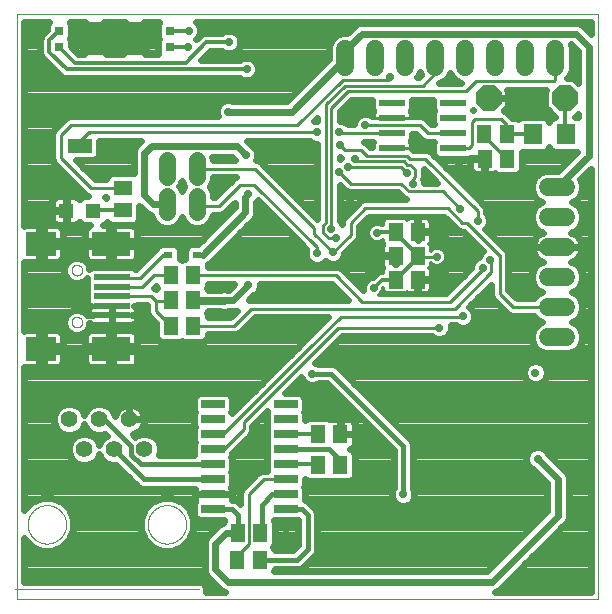
<source format=gtl>
G75*
%MOIN*%
%OFA0B0*%
%FSLAX25Y25*%
%IPPOS*%
%LPD*%
%AMOC8*
5,1,8,0,0,1.08239X$1,22.5*
%
%ADD10C,0.00000*%
%ADD11R,0.05118X0.05906*%
%ADD12R,0.03150X0.02362*%
%ADD13R,0.08661X0.02362*%
%ADD14R,0.08000X0.02600*%
%ADD15C,0.00039*%
%ADD16C,0.05543*%
%ADD17C,0.05600*%
%ADD18C,0.06000*%
%ADD19R,0.03150X0.02953*%
%ADD20R,0.06299X0.05118*%
%ADD21R,0.05118X0.05118*%
%ADD22R,0.07874X0.05118*%
%ADD23OC8,0.08500*%
%ADD24R,0.09843X0.07874*%
%ADD25R,0.12992X0.07874*%
%ADD26R,0.12205X0.01969*%
%ADD27R,0.06299X0.07087*%
%ADD28C,0.02775*%
%ADD29C,0.01200*%
%ADD30C,0.02400*%
%ADD31C,0.01000*%
%ADD32C,0.01600*%
D10*
X0031644Y0065933D02*
X0031644Y0260894D01*
X0225345Y0260894D01*
X0225345Y0065933D01*
X0031644Y0065933D01*
X0035244Y0090933D02*
X0035246Y0091093D01*
X0035252Y0091252D01*
X0035262Y0091411D01*
X0035276Y0091570D01*
X0035294Y0091729D01*
X0035315Y0091887D01*
X0035341Y0092044D01*
X0035371Y0092201D01*
X0035404Y0092357D01*
X0035442Y0092512D01*
X0035483Y0092666D01*
X0035528Y0092819D01*
X0035577Y0092971D01*
X0035630Y0093122D01*
X0035686Y0093271D01*
X0035747Y0093419D01*
X0035810Y0093565D01*
X0035878Y0093710D01*
X0035949Y0093853D01*
X0036023Y0093994D01*
X0036101Y0094133D01*
X0036183Y0094270D01*
X0036268Y0094405D01*
X0036356Y0094538D01*
X0036448Y0094669D01*
X0036542Y0094797D01*
X0036640Y0094923D01*
X0036741Y0095047D01*
X0036845Y0095168D01*
X0036952Y0095286D01*
X0037062Y0095402D01*
X0037175Y0095515D01*
X0037291Y0095625D01*
X0037409Y0095732D01*
X0037530Y0095836D01*
X0037654Y0095937D01*
X0037780Y0096035D01*
X0037908Y0096129D01*
X0038039Y0096221D01*
X0038172Y0096309D01*
X0038307Y0096394D01*
X0038444Y0096476D01*
X0038583Y0096554D01*
X0038724Y0096628D01*
X0038867Y0096699D01*
X0039012Y0096767D01*
X0039158Y0096830D01*
X0039306Y0096891D01*
X0039455Y0096947D01*
X0039606Y0097000D01*
X0039758Y0097049D01*
X0039911Y0097094D01*
X0040065Y0097135D01*
X0040220Y0097173D01*
X0040376Y0097206D01*
X0040533Y0097236D01*
X0040690Y0097262D01*
X0040848Y0097283D01*
X0041007Y0097301D01*
X0041166Y0097315D01*
X0041325Y0097325D01*
X0041484Y0097331D01*
X0041644Y0097333D01*
X0041804Y0097331D01*
X0041963Y0097325D01*
X0042122Y0097315D01*
X0042281Y0097301D01*
X0042440Y0097283D01*
X0042598Y0097262D01*
X0042755Y0097236D01*
X0042912Y0097206D01*
X0043068Y0097173D01*
X0043223Y0097135D01*
X0043377Y0097094D01*
X0043530Y0097049D01*
X0043682Y0097000D01*
X0043833Y0096947D01*
X0043982Y0096891D01*
X0044130Y0096830D01*
X0044276Y0096767D01*
X0044421Y0096699D01*
X0044564Y0096628D01*
X0044705Y0096554D01*
X0044844Y0096476D01*
X0044981Y0096394D01*
X0045116Y0096309D01*
X0045249Y0096221D01*
X0045380Y0096129D01*
X0045508Y0096035D01*
X0045634Y0095937D01*
X0045758Y0095836D01*
X0045879Y0095732D01*
X0045997Y0095625D01*
X0046113Y0095515D01*
X0046226Y0095402D01*
X0046336Y0095286D01*
X0046443Y0095168D01*
X0046547Y0095047D01*
X0046648Y0094923D01*
X0046746Y0094797D01*
X0046840Y0094669D01*
X0046932Y0094538D01*
X0047020Y0094405D01*
X0047105Y0094270D01*
X0047187Y0094133D01*
X0047265Y0093994D01*
X0047339Y0093853D01*
X0047410Y0093710D01*
X0047478Y0093565D01*
X0047541Y0093419D01*
X0047602Y0093271D01*
X0047658Y0093122D01*
X0047711Y0092971D01*
X0047760Y0092819D01*
X0047805Y0092666D01*
X0047846Y0092512D01*
X0047884Y0092357D01*
X0047917Y0092201D01*
X0047947Y0092044D01*
X0047973Y0091887D01*
X0047994Y0091729D01*
X0048012Y0091570D01*
X0048026Y0091411D01*
X0048036Y0091252D01*
X0048042Y0091093D01*
X0048044Y0090933D01*
X0048042Y0090773D01*
X0048036Y0090614D01*
X0048026Y0090455D01*
X0048012Y0090296D01*
X0047994Y0090137D01*
X0047973Y0089979D01*
X0047947Y0089822D01*
X0047917Y0089665D01*
X0047884Y0089509D01*
X0047846Y0089354D01*
X0047805Y0089200D01*
X0047760Y0089047D01*
X0047711Y0088895D01*
X0047658Y0088744D01*
X0047602Y0088595D01*
X0047541Y0088447D01*
X0047478Y0088301D01*
X0047410Y0088156D01*
X0047339Y0088013D01*
X0047265Y0087872D01*
X0047187Y0087733D01*
X0047105Y0087596D01*
X0047020Y0087461D01*
X0046932Y0087328D01*
X0046840Y0087197D01*
X0046746Y0087069D01*
X0046648Y0086943D01*
X0046547Y0086819D01*
X0046443Y0086698D01*
X0046336Y0086580D01*
X0046226Y0086464D01*
X0046113Y0086351D01*
X0045997Y0086241D01*
X0045879Y0086134D01*
X0045758Y0086030D01*
X0045634Y0085929D01*
X0045508Y0085831D01*
X0045380Y0085737D01*
X0045249Y0085645D01*
X0045116Y0085557D01*
X0044981Y0085472D01*
X0044844Y0085390D01*
X0044705Y0085312D01*
X0044564Y0085238D01*
X0044421Y0085167D01*
X0044276Y0085099D01*
X0044130Y0085036D01*
X0043982Y0084975D01*
X0043833Y0084919D01*
X0043682Y0084866D01*
X0043530Y0084817D01*
X0043377Y0084772D01*
X0043223Y0084731D01*
X0043068Y0084693D01*
X0042912Y0084660D01*
X0042755Y0084630D01*
X0042598Y0084604D01*
X0042440Y0084583D01*
X0042281Y0084565D01*
X0042122Y0084551D01*
X0041963Y0084541D01*
X0041804Y0084535D01*
X0041644Y0084533D01*
X0041484Y0084535D01*
X0041325Y0084541D01*
X0041166Y0084551D01*
X0041007Y0084565D01*
X0040848Y0084583D01*
X0040690Y0084604D01*
X0040533Y0084630D01*
X0040376Y0084660D01*
X0040220Y0084693D01*
X0040065Y0084731D01*
X0039911Y0084772D01*
X0039758Y0084817D01*
X0039606Y0084866D01*
X0039455Y0084919D01*
X0039306Y0084975D01*
X0039158Y0085036D01*
X0039012Y0085099D01*
X0038867Y0085167D01*
X0038724Y0085238D01*
X0038583Y0085312D01*
X0038444Y0085390D01*
X0038307Y0085472D01*
X0038172Y0085557D01*
X0038039Y0085645D01*
X0037908Y0085737D01*
X0037780Y0085831D01*
X0037654Y0085929D01*
X0037530Y0086030D01*
X0037409Y0086134D01*
X0037291Y0086241D01*
X0037175Y0086351D01*
X0037062Y0086464D01*
X0036952Y0086580D01*
X0036845Y0086698D01*
X0036741Y0086819D01*
X0036640Y0086943D01*
X0036542Y0087069D01*
X0036448Y0087197D01*
X0036356Y0087328D01*
X0036268Y0087461D01*
X0036183Y0087596D01*
X0036101Y0087733D01*
X0036023Y0087872D01*
X0035949Y0088013D01*
X0035878Y0088156D01*
X0035810Y0088301D01*
X0035747Y0088447D01*
X0035686Y0088595D01*
X0035630Y0088744D01*
X0035577Y0088895D01*
X0035528Y0089047D01*
X0035483Y0089200D01*
X0035442Y0089354D01*
X0035404Y0089509D01*
X0035371Y0089665D01*
X0035341Y0089822D01*
X0035315Y0089979D01*
X0035294Y0090137D01*
X0035276Y0090296D01*
X0035262Y0090455D01*
X0035252Y0090614D01*
X0035246Y0090773D01*
X0035244Y0090933D01*
X0075244Y0090933D02*
X0075246Y0091093D01*
X0075252Y0091252D01*
X0075262Y0091411D01*
X0075276Y0091570D01*
X0075294Y0091729D01*
X0075315Y0091887D01*
X0075341Y0092044D01*
X0075371Y0092201D01*
X0075404Y0092357D01*
X0075442Y0092512D01*
X0075483Y0092666D01*
X0075528Y0092819D01*
X0075577Y0092971D01*
X0075630Y0093122D01*
X0075686Y0093271D01*
X0075747Y0093419D01*
X0075810Y0093565D01*
X0075878Y0093710D01*
X0075949Y0093853D01*
X0076023Y0093994D01*
X0076101Y0094133D01*
X0076183Y0094270D01*
X0076268Y0094405D01*
X0076356Y0094538D01*
X0076448Y0094669D01*
X0076542Y0094797D01*
X0076640Y0094923D01*
X0076741Y0095047D01*
X0076845Y0095168D01*
X0076952Y0095286D01*
X0077062Y0095402D01*
X0077175Y0095515D01*
X0077291Y0095625D01*
X0077409Y0095732D01*
X0077530Y0095836D01*
X0077654Y0095937D01*
X0077780Y0096035D01*
X0077908Y0096129D01*
X0078039Y0096221D01*
X0078172Y0096309D01*
X0078307Y0096394D01*
X0078444Y0096476D01*
X0078583Y0096554D01*
X0078724Y0096628D01*
X0078867Y0096699D01*
X0079012Y0096767D01*
X0079158Y0096830D01*
X0079306Y0096891D01*
X0079455Y0096947D01*
X0079606Y0097000D01*
X0079758Y0097049D01*
X0079911Y0097094D01*
X0080065Y0097135D01*
X0080220Y0097173D01*
X0080376Y0097206D01*
X0080533Y0097236D01*
X0080690Y0097262D01*
X0080848Y0097283D01*
X0081007Y0097301D01*
X0081166Y0097315D01*
X0081325Y0097325D01*
X0081484Y0097331D01*
X0081644Y0097333D01*
X0081804Y0097331D01*
X0081963Y0097325D01*
X0082122Y0097315D01*
X0082281Y0097301D01*
X0082440Y0097283D01*
X0082598Y0097262D01*
X0082755Y0097236D01*
X0082912Y0097206D01*
X0083068Y0097173D01*
X0083223Y0097135D01*
X0083377Y0097094D01*
X0083530Y0097049D01*
X0083682Y0097000D01*
X0083833Y0096947D01*
X0083982Y0096891D01*
X0084130Y0096830D01*
X0084276Y0096767D01*
X0084421Y0096699D01*
X0084564Y0096628D01*
X0084705Y0096554D01*
X0084844Y0096476D01*
X0084981Y0096394D01*
X0085116Y0096309D01*
X0085249Y0096221D01*
X0085380Y0096129D01*
X0085508Y0096035D01*
X0085634Y0095937D01*
X0085758Y0095836D01*
X0085879Y0095732D01*
X0085997Y0095625D01*
X0086113Y0095515D01*
X0086226Y0095402D01*
X0086336Y0095286D01*
X0086443Y0095168D01*
X0086547Y0095047D01*
X0086648Y0094923D01*
X0086746Y0094797D01*
X0086840Y0094669D01*
X0086932Y0094538D01*
X0087020Y0094405D01*
X0087105Y0094270D01*
X0087187Y0094133D01*
X0087265Y0093994D01*
X0087339Y0093853D01*
X0087410Y0093710D01*
X0087478Y0093565D01*
X0087541Y0093419D01*
X0087602Y0093271D01*
X0087658Y0093122D01*
X0087711Y0092971D01*
X0087760Y0092819D01*
X0087805Y0092666D01*
X0087846Y0092512D01*
X0087884Y0092357D01*
X0087917Y0092201D01*
X0087947Y0092044D01*
X0087973Y0091887D01*
X0087994Y0091729D01*
X0088012Y0091570D01*
X0088026Y0091411D01*
X0088036Y0091252D01*
X0088042Y0091093D01*
X0088044Y0090933D01*
X0088042Y0090773D01*
X0088036Y0090614D01*
X0088026Y0090455D01*
X0088012Y0090296D01*
X0087994Y0090137D01*
X0087973Y0089979D01*
X0087947Y0089822D01*
X0087917Y0089665D01*
X0087884Y0089509D01*
X0087846Y0089354D01*
X0087805Y0089200D01*
X0087760Y0089047D01*
X0087711Y0088895D01*
X0087658Y0088744D01*
X0087602Y0088595D01*
X0087541Y0088447D01*
X0087478Y0088301D01*
X0087410Y0088156D01*
X0087339Y0088013D01*
X0087265Y0087872D01*
X0087187Y0087733D01*
X0087105Y0087596D01*
X0087020Y0087461D01*
X0086932Y0087328D01*
X0086840Y0087197D01*
X0086746Y0087069D01*
X0086648Y0086943D01*
X0086547Y0086819D01*
X0086443Y0086698D01*
X0086336Y0086580D01*
X0086226Y0086464D01*
X0086113Y0086351D01*
X0085997Y0086241D01*
X0085879Y0086134D01*
X0085758Y0086030D01*
X0085634Y0085929D01*
X0085508Y0085831D01*
X0085380Y0085737D01*
X0085249Y0085645D01*
X0085116Y0085557D01*
X0084981Y0085472D01*
X0084844Y0085390D01*
X0084705Y0085312D01*
X0084564Y0085238D01*
X0084421Y0085167D01*
X0084276Y0085099D01*
X0084130Y0085036D01*
X0083982Y0084975D01*
X0083833Y0084919D01*
X0083682Y0084866D01*
X0083530Y0084817D01*
X0083377Y0084772D01*
X0083223Y0084731D01*
X0083068Y0084693D01*
X0082912Y0084660D01*
X0082755Y0084630D01*
X0082598Y0084604D01*
X0082440Y0084583D01*
X0082281Y0084565D01*
X0082122Y0084551D01*
X0081963Y0084541D01*
X0081804Y0084535D01*
X0081644Y0084533D01*
X0081484Y0084535D01*
X0081325Y0084541D01*
X0081166Y0084551D01*
X0081007Y0084565D01*
X0080848Y0084583D01*
X0080690Y0084604D01*
X0080533Y0084630D01*
X0080376Y0084660D01*
X0080220Y0084693D01*
X0080065Y0084731D01*
X0079911Y0084772D01*
X0079758Y0084817D01*
X0079606Y0084866D01*
X0079455Y0084919D01*
X0079306Y0084975D01*
X0079158Y0085036D01*
X0079012Y0085099D01*
X0078867Y0085167D01*
X0078724Y0085238D01*
X0078583Y0085312D01*
X0078444Y0085390D01*
X0078307Y0085472D01*
X0078172Y0085557D01*
X0078039Y0085645D01*
X0077908Y0085737D01*
X0077780Y0085831D01*
X0077654Y0085929D01*
X0077530Y0086030D01*
X0077409Y0086134D01*
X0077291Y0086241D01*
X0077175Y0086351D01*
X0077062Y0086464D01*
X0076952Y0086580D01*
X0076845Y0086698D01*
X0076741Y0086819D01*
X0076640Y0086943D01*
X0076542Y0087069D01*
X0076448Y0087197D01*
X0076356Y0087328D01*
X0076268Y0087461D01*
X0076183Y0087596D01*
X0076101Y0087733D01*
X0076023Y0087872D01*
X0075949Y0088013D01*
X0075878Y0088156D01*
X0075810Y0088301D01*
X0075747Y0088447D01*
X0075686Y0088595D01*
X0075630Y0088744D01*
X0075577Y0088895D01*
X0075528Y0089047D01*
X0075483Y0089200D01*
X0075442Y0089354D01*
X0075404Y0089509D01*
X0075371Y0089665D01*
X0075341Y0089822D01*
X0075315Y0089979D01*
X0075294Y0090137D01*
X0075276Y0090296D01*
X0075262Y0090455D01*
X0075252Y0090614D01*
X0075246Y0090773D01*
X0075244Y0090933D01*
X0049872Y0158335D02*
X0049874Y0158419D01*
X0049880Y0158502D01*
X0049890Y0158585D01*
X0049904Y0158668D01*
X0049921Y0158750D01*
X0049943Y0158831D01*
X0049968Y0158910D01*
X0049997Y0158989D01*
X0050030Y0159066D01*
X0050066Y0159141D01*
X0050106Y0159215D01*
X0050149Y0159287D01*
X0050196Y0159356D01*
X0050246Y0159423D01*
X0050299Y0159488D01*
X0050355Y0159550D01*
X0050413Y0159610D01*
X0050475Y0159667D01*
X0050539Y0159720D01*
X0050606Y0159771D01*
X0050675Y0159818D01*
X0050746Y0159863D01*
X0050819Y0159903D01*
X0050894Y0159940D01*
X0050971Y0159974D01*
X0051049Y0160004D01*
X0051128Y0160030D01*
X0051209Y0160053D01*
X0051291Y0160071D01*
X0051373Y0160086D01*
X0051456Y0160097D01*
X0051539Y0160104D01*
X0051623Y0160107D01*
X0051707Y0160106D01*
X0051790Y0160101D01*
X0051874Y0160092D01*
X0051956Y0160079D01*
X0052038Y0160063D01*
X0052119Y0160042D01*
X0052200Y0160018D01*
X0052278Y0159990D01*
X0052356Y0159958D01*
X0052432Y0159922D01*
X0052506Y0159883D01*
X0052578Y0159841D01*
X0052648Y0159795D01*
X0052716Y0159746D01*
X0052781Y0159694D01*
X0052844Y0159639D01*
X0052904Y0159581D01*
X0052962Y0159520D01*
X0053016Y0159456D01*
X0053068Y0159390D01*
X0053116Y0159322D01*
X0053161Y0159251D01*
X0053202Y0159178D01*
X0053241Y0159104D01*
X0053275Y0159028D01*
X0053306Y0158950D01*
X0053333Y0158871D01*
X0053357Y0158790D01*
X0053376Y0158709D01*
X0053392Y0158627D01*
X0053404Y0158544D01*
X0053412Y0158460D01*
X0053416Y0158377D01*
X0053416Y0158293D01*
X0053412Y0158210D01*
X0053404Y0158126D01*
X0053392Y0158043D01*
X0053376Y0157961D01*
X0053357Y0157880D01*
X0053333Y0157799D01*
X0053306Y0157720D01*
X0053275Y0157642D01*
X0053241Y0157566D01*
X0053202Y0157492D01*
X0053161Y0157419D01*
X0053116Y0157348D01*
X0053068Y0157280D01*
X0053016Y0157214D01*
X0052962Y0157150D01*
X0052904Y0157089D01*
X0052844Y0157031D01*
X0052781Y0156976D01*
X0052716Y0156924D01*
X0052648Y0156875D01*
X0052578Y0156829D01*
X0052506Y0156787D01*
X0052432Y0156748D01*
X0052356Y0156712D01*
X0052278Y0156680D01*
X0052200Y0156652D01*
X0052119Y0156628D01*
X0052038Y0156607D01*
X0051956Y0156591D01*
X0051874Y0156578D01*
X0051790Y0156569D01*
X0051707Y0156564D01*
X0051623Y0156563D01*
X0051539Y0156566D01*
X0051456Y0156573D01*
X0051373Y0156584D01*
X0051291Y0156599D01*
X0051209Y0156617D01*
X0051128Y0156640D01*
X0051049Y0156666D01*
X0050971Y0156696D01*
X0050894Y0156730D01*
X0050819Y0156767D01*
X0050746Y0156807D01*
X0050675Y0156852D01*
X0050606Y0156899D01*
X0050539Y0156950D01*
X0050475Y0157003D01*
X0050413Y0157060D01*
X0050355Y0157120D01*
X0050299Y0157182D01*
X0050246Y0157247D01*
X0050196Y0157314D01*
X0050149Y0157383D01*
X0050106Y0157455D01*
X0050066Y0157529D01*
X0050030Y0157604D01*
X0049997Y0157681D01*
X0049968Y0157760D01*
X0049943Y0157839D01*
X0049921Y0157920D01*
X0049904Y0158002D01*
X0049890Y0158085D01*
X0049880Y0158168D01*
X0049874Y0158251D01*
X0049872Y0158335D01*
X0049872Y0175657D02*
X0049874Y0175741D01*
X0049880Y0175824D01*
X0049890Y0175907D01*
X0049904Y0175990D01*
X0049921Y0176072D01*
X0049943Y0176153D01*
X0049968Y0176232D01*
X0049997Y0176311D01*
X0050030Y0176388D01*
X0050066Y0176463D01*
X0050106Y0176537D01*
X0050149Y0176609D01*
X0050196Y0176678D01*
X0050246Y0176745D01*
X0050299Y0176810D01*
X0050355Y0176872D01*
X0050413Y0176932D01*
X0050475Y0176989D01*
X0050539Y0177042D01*
X0050606Y0177093D01*
X0050675Y0177140D01*
X0050746Y0177185D01*
X0050819Y0177225D01*
X0050894Y0177262D01*
X0050971Y0177296D01*
X0051049Y0177326D01*
X0051128Y0177352D01*
X0051209Y0177375D01*
X0051291Y0177393D01*
X0051373Y0177408D01*
X0051456Y0177419D01*
X0051539Y0177426D01*
X0051623Y0177429D01*
X0051707Y0177428D01*
X0051790Y0177423D01*
X0051874Y0177414D01*
X0051956Y0177401D01*
X0052038Y0177385D01*
X0052119Y0177364D01*
X0052200Y0177340D01*
X0052278Y0177312D01*
X0052356Y0177280D01*
X0052432Y0177244D01*
X0052506Y0177205D01*
X0052578Y0177163D01*
X0052648Y0177117D01*
X0052716Y0177068D01*
X0052781Y0177016D01*
X0052844Y0176961D01*
X0052904Y0176903D01*
X0052962Y0176842D01*
X0053016Y0176778D01*
X0053068Y0176712D01*
X0053116Y0176644D01*
X0053161Y0176573D01*
X0053202Y0176500D01*
X0053241Y0176426D01*
X0053275Y0176350D01*
X0053306Y0176272D01*
X0053333Y0176193D01*
X0053357Y0176112D01*
X0053376Y0176031D01*
X0053392Y0175949D01*
X0053404Y0175866D01*
X0053412Y0175782D01*
X0053416Y0175699D01*
X0053416Y0175615D01*
X0053412Y0175532D01*
X0053404Y0175448D01*
X0053392Y0175365D01*
X0053376Y0175283D01*
X0053357Y0175202D01*
X0053333Y0175121D01*
X0053306Y0175042D01*
X0053275Y0174964D01*
X0053241Y0174888D01*
X0053202Y0174814D01*
X0053161Y0174741D01*
X0053116Y0174670D01*
X0053068Y0174602D01*
X0053016Y0174536D01*
X0052962Y0174472D01*
X0052904Y0174411D01*
X0052844Y0174353D01*
X0052781Y0174298D01*
X0052716Y0174246D01*
X0052648Y0174197D01*
X0052578Y0174151D01*
X0052506Y0174109D01*
X0052432Y0174070D01*
X0052356Y0174034D01*
X0052278Y0174002D01*
X0052200Y0173974D01*
X0052119Y0173950D01*
X0052038Y0173929D01*
X0051956Y0173913D01*
X0051874Y0173900D01*
X0051790Y0173891D01*
X0051707Y0173886D01*
X0051623Y0173885D01*
X0051539Y0173888D01*
X0051456Y0173895D01*
X0051373Y0173906D01*
X0051291Y0173921D01*
X0051209Y0173939D01*
X0051128Y0173962D01*
X0051049Y0173988D01*
X0050971Y0174018D01*
X0050894Y0174052D01*
X0050819Y0174089D01*
X0050746Y0174129D01*
X0050675Y0174174D01*
X0050606Y0174221D01*
X0050539Y0174272D01*
X0050475Y0174325D01*
X0050413Y0174382D01*
X0050355Y0174442D01*
X0050299Y0174504D01*
X0050246Y0174569D01*
X0050196Y0174636D01*
X0050149Y0174705D01*
X0050106Y0174777D01*
X0050066Y0174851D01*
X0050030Y0174926D01*
X0049997Y0175003D01*
X0049968Y0175082D01*
X0049943Y0175161D01*
X0049921Y0175242D01*
X0049904Y0175324D01*
X0049890Y0175407D01*
X0049880Y0175490D01*
X0049874Y0175573D01*
X0049872Y0175657D01*
D11*
X0082904Y0173925D03*
X0090384Y0173925D03*
X0090384Y0165618D03*
X0082904Y0165618D03*
X0082904Y0157173D03*
X0090384Y0157173D03*
X0131978Y0120992D03*
X0139459Y0120992D03*
X0139459Y0110579D03*
X0131978Y0110579D03*
X0112707Y0088020D03*
X0105226Y0088020D03*
X0105108Y0079161D03*
X0112589Y0079161D03*
X0157904Y0172449D03*
X0165384Y0172449D03*
X0165384Y0180441D03*
X0157904Y0180441D03*
X0157904Y0188433D03*
X0165384Y0188433D03*
X0187549Y0212862D03*
X0195030Y0212862D03*
X0194912Y0220972D03*
X0187431Y0220972D03*
D12*
X0091801Y0180854D03*
X0081959Y0180854D03*
D13*
X0156703Y0216346D03*
X0156703Y0221346D03*
X0156703Y0226346D03*
X0156703Y0231346D03*
X0177175Y0231346D03*
X0177175Y0226346D03*
X0177175Y0221346D03*
X0177175Y0216346D03*
D14*
X0121244Y0130933D03*
X0121244Y0125933D03*
X0121244Y0120933D03*
X0121244Y0115933D03*
X0121244Y0110933D03*
X0121244Y0105933D03*
X0121244Y0100933D03*
X0121244Y0095933D03*
X0097044Y0095933D03*
X0097044Y0100933D03*
X0097044Y0105933D03*
X0097044Y0110933D03*
X0097044Y0115933D03*
X0097044Y0120933D03*
X0097044Y0125933D03*
X0097044Y0130933D03*
D15*
X0092394Y0069240D02*
X0030894Y0069240D01*
D16*
X0054144Y0115933D03*
X0059144Y0125933D03*
X0069144Y0125933D03*
X0074144Y0115933D03*
X0064144Y0115933D03*
X0049144Y0125933D03*
D17*
X0081658Y0194893D02*
X0081658Y0200493D01*
X0081644Y0206735D02*
X0081644Y0212335D01*
X0091644Y0212335D02*
X0091644Y0206735D01*
X0091658Y0200493D02*
X0091658Y0194893D01*
D18*
X0141152Y0243425D02*
X0141152Y0249425D01*
X0151152Y0249425D02*
X0151152Y0243425D01*
X0161152Y0243425D02*
X0161152Y0249425D01*
X0171152Y0249425D02*
X0171152Y0243425D01*
X0181152Y0243425D02*
X0181152Y0249425D01*
X0191152Y0249425D02*
X0191152Y0243425D01*
X0201152Y0243425D02*
X0201152Y0249425D01*
X0211152Y0249425D02*
X0211152Y0243425D01*
X0208723Y0203315D02*
X0214723Y0203315D01*
X0214723Y0193315D02*
X0208723Y0193315D01*
X0208723Y0183315D02*
X0214723Y0183315D01*
X0214723Y0173315D02*
X0208723Y0173315D01*
X0208723Y0163315D02*
X0214723Y0163315D01*
X0214723Y0153315D02*
X0208723Y0153315D01*
D19*
X0082549Y0249988D03*
X0082549Y0255500D03*
X0070738Y0255500D03*
X0070738Y0249988D03*
X0057549Y0249988D03*
X0057549Y0255500D03*
X0045738Y0255500D03*
X0045738Y0249988D03*
D20*
X0066900Y0203118D03*
X0066900Y0195638D03*
D21*
X0057156Y0195539D03*
X0048100Y0195539D03*
D22*
X0052628Y0217193D03*
D23*
X0188844Y0232941D03*
X0214444Y0232941D03*
D24*
X0039833Y0184516D03*
X0039833Y0149476D03*
D25*
X0063061Y0149476D03*
X0063061Y0184516D03*
D26*
X0063455Y0173295D03*
X0063455Y0170146D03*
X0063455Y0166996D03*
X0063455Y0163846D03*
X0063455Y0160697D03*
D27*
X0203632Y0220933D03*
X0214656Y0220933D03*
D28*
X0185187Y0192114D03*
X0179478Y0196051D03*
X0170423Y0193098D03*
X0171801Y0180106D03*
X0174163Y0173217D03*
X0180266Y0160224D03*
X0186368Y0159240D03*
X0189912Y0159240D03*
X0193455Y0159240D03*
X0186959Y0176366D03*
X0189321Y0178925D03*
X0172392Y0156484D03*
X0177894Y0140933D03*
X0177894Y0133433D03*
X0204478Y0141524D03*
X0205266Y0112783D03*
X0187894Y0078433D03*
X0160384Y0100972D03*
X0121408Y0087587D03*
X0130069Y0141130D03*
X0131250Y0166327D03*
X0140305Y0166327D03*
X0150738Y0169772D03*
X0153691Y0168098D03*
X0151526Y0183551D03*
X0151723Y0187980D03*
X0142667Y0198610D03*
X0139124Y0208256D03*
X0142077Y0210028D03*
X0144242Y0212783D03*
X0139321Y0217508D03*
X0139124Y0221642D03*
X0131644Y0221642D03*
X0130463Y0209240D03*
X0147786Y0224004D03*
X0147392Y0228138D03*
X0156053Y0239949D03*
X0165896Y0227744D03*
X0165896Y0217114D03*
X0161565Y0208059D03*
X0163534Y0204516D03*
X0178888Y0210421D03*
X0136467Y0189457D03*
X0137943Y0186406D03*
X0136959Y0181583D03*
X0131644Y0181287D03*
X0109203Y0181287D03*
X0109203Y0189949D03*
X0108612Y0200972D03*
X0102116Y0205697D03*
X0108022Y0213965D03*
X0109597Y0217902D03*
X0102116Y0228531D03*
X0108219Y0242705D03*
X0102313Y0251760D03*
X0088730Y0249988D03*
X0088927Y0255500D03*
X0064321Y0252941D03*
X0065108Y0215539D03*
X0108809Y0170657D03*
X0100541Y0165539D03*
D29*
X0093612Y0180854D02*
X0091801Y0180854D01*
X0066900Y0195638D02*
X0057254Y0195638D01*
X0057156Y0195539D01*
X0052628Y0217193D02*
X0052628Y0218315D01*
X0055758Y0221445D01*
X0048179Y0242705D02*
X0108219Y0242705D01*
X0102313Y0251760D02*
X0094833Y0251760D01*
X0087943Y0244870D01*
X0050856Y0244870D01*
X0045738Y0249988D01*
X0042471Y0248413D02*
X0048179Y0242705D01*
X0042471Y0248413D02*
X0042471Y0252232D01*
X0045738Y0255500D01*
X0055266Y0257862D02*
X0055766Y0255902D01*
X0055766Y0249012D01*
X0055266Y0248020D01*
X0072982Y0248020D01*
X0072982Y0257862D01*
X0055266Y0257862D01*
X0055309Y0257695D02*
X0072982Y0257695D01*
X0072982Y0256496D02*
X0055614Y0256496D01*
X0055766Y0255298D02*
X0072982Y0255298D01*
X0072982Y0254099D02*
X0055766Y0254099D01*
X0055766Y0252901D02*
X0072982Y0252901D01*
X0072982Y0251702D02*
X0055766Y0251702D01*
X0055766Y0250504D02*
X0072982Y0250504D01*
X0072982Y0249305D02*
X0055766Y0249305D01*
X0055310Y0248107D02*
X0072982Y0248107D01*
X0082549Y0249988D02*
X0088730Y0249988D01*
X0088927Y0255500D02*
X0082549Y0255500D01*
X0148278Y0192409D02*
X0149754Y0193886D01*
X0173376Y0193886D01*
X0174852Y0192409D01*
X0174852Y0168295D01*
X0173868Y0167311D01*
X0152502Y0167311D01*
X0153271Y0168079D01*
X0153726Y0169177D01*
X0153726Y0169648D01*
X0153745Y0169667D01*
X0153745Y0168833D01*
X0154682Y0167896D01*
X0161125Y0167896D01*
X0161644Y0168414D01*
X0161842Y0168216D01*
X0162207Y0168005D01*
X0162614Y0167896D01*
X0164784Y0167896D01*
X0164784Y0171849D01*
X0165984Y0171849D01*
X0165984Y0173049D01*
X0169543Y0173049D01*
X0169543Y0175612D01*
X0169434Y0176019D01*
X0169223Y0176384D01*
X0169162Y0176445D01*
X0169543Y0176825D01*
X0169543Y0178006D01*
X0169676Y0178006D01*
X0170109Y0177574D01*
X0171207Y0177119D01*
X0172395Y0177119D01*
X0173493Y0177574D01*
X0174334Y0178414D01*
X0174789Y0179512D01*
X0174789Y0180701D01*
X0174334Y0181799D01*
X0173493Y0182639D01*
X0172395Y0183094D01*
X0171207Y0183094D01*
X0170109Y0182639D01*
X0169676Y0182206D01*
X0169543Y0182206D01*
X0169543Y0184056D01*
X0169162Y0184437D01*
X0169223Y0184498D01*
X0169434Y0184863D01*
X0169543Y0185270D01*
X0169543Y0187833D01*
X0165984Y0187833D01*
X0165984Y0189033D01*
X0169543Y0189033D01*
X0169543Y0191596D01*
X0169434Y0192003D01*
X0169223Y0192368D01*
X0168925Y0192666D01*
X0168561Y0192877D01*
X0168154Y0192986D01*
X0165984Y0192986D01*
X0165984Y0189033D01*
X0164784Y0189033D01*
X0164784Y0192986D01*
X0162614Y0192986D01*
X0162207Y0192877D01*
X0161842Y0192666D01*
X0161644Y0192467D01*
X0161125Y0192986D01*
X0154682Y0192986D01*
X0153745Y0192049D01*
X0153745Y0190633D01*
X0153125Y0190633D01*
X0152317Y0190968D01*
X0151128Y0190968D01*
X0150030Y0190513D01*
X0149190Y0189673D01*
X0148735Y0188575D01*
X0148735Y0187386D01*
X0149190Y0186288D01*
X0150030Y0185448D01*
X0151128Y0184993D01*
X0152317Y0184993D01*
X0153415Y0185448D01*
X0153745Y0185778D01*
X0153745Y0184818D01*
X0154125Y0184437D01*
X0154064Y0184376D01*
X0153854Y0184011D01*
X0153745Y0183604D01*
X0153745Y0181041D01*
X0157304Y0181041D01*
X0157304Y0179841D01*
X0153745Y0179841D01*
X0153745Y0177278D01*
X0153854Y0176871D01*
X0154064Y0176506D01*
X0154125Y0176445D01*
X0153745Y0176064D01*
X0153745Y0174649D01*
X0152504Y0174649D01*
X0151215Y0173360D01*
X0150614Y0172759D01*
X0150144Y0172759D01*
X0149046Y0172304D01*
X0148278Y0171536D01*
X0148278Y0192409D01*
X0148278Y0191777D02*
X0153745Y0191777D01*
X0154671Y0192975D02*
X0148843Y0192975D01*
X0148278Y0190578D02*
X0150188Y0190578D01*
X0149069Y0189380D02*
X0148278Y0189380D01*
X0148278Y0188181D02*
X0148735Y0188181D01*
X0148902Y0186983D02*
X0148278Y0186983D01*
X0148278Y0185784D02*
X0149694Y0185784D01*
X0148278Y0184586D02*
X0153976Y0184586D01*
X0153745Y0183387D02*
X0148278Y0183387D01*
X0148278Y0182189D02*
X0153745Y0182189D01*
X0153745Y0179792D02*
X0148278Y0179792D01*
X0148278Y0180990D02*
X0157304Y0180990D01*
X0157904Y0180441D02*
X0157904Y0179929D01*
X0153745Y0178593D02*
X0148278Y0178593D01*
X0148278Y0177395D02*
X0153745Y0177395D01*
X0153876Y0176196D02*
X0148278Y0176196D01*
X0148278Y0174998D02*
X0153745Y0174998D01*
X0151654Y0173799D02*
X0148278Y0173799D01*
X0148278Y0172601D02*
X0149761Y0172601D01*
X0151215Y0173360D02*
X0151215Y0173360D01*
X0153415Y0172449D02*
X0150738Y0169772D01*
X0152998Y0167807D02*
X0174364Y0167807D01*
X0174852Y0169005D02*
X0169468Y0169005D01*
X0169434Y0168878D02*
X0169543Y0169285D01*
X0169543Y0171849D01*
X0165984Y0171849D01*
X0165984Y0167896D01*
X0168154Y0167896D01*
X0168561Y0168005D01*
X0168925Y0168216D01*
X0169223Y0168514D01*
X0169434Y0168878D01*
X0169543Y0170204D02*
X0174852Y0170204D01*
X0174852Y0171402D02*
X0169543Y0171402D01*
X0169543Y0173799D02*
X0174852Y0173799D01*
X0174852Y0172601D02*
X0165984Y0172601D01*
X0165984Y0171402D02*
X0164784Y0171402D01*
X0164784Y0170204D02*
X0165984Y0170204D01*
X0165984Y0169005D02*
X0164784Y0169005D01*
X0169543Y0174998D02*
X0174852Y0174998D01*
X0174852Y0176196D02*
X0169332Y0176196D01*
X0169543Y0177395D02*
X0170541Y0177395D01*
X0173061Y0177395D02*
X0174852Y0177395D01*
X0174852Y0178593D02*
X0174408Y0178593D01*
X0174789Y0179792D02*
X0174852Y0179792D01*
X0174852Y0180990D02*
X0174669Y0180990D01*
X0174852Y0182189D02*
X0173944Y0182189D01*
X0174852Y0183387D02*
X0169543Y0183387D01*
X0169274Y0184586D02*
X0174852Y0184586D01*
X0174852Y0185784D02*
X0169543Y0185784D01*
X0169543Y0186983D02*
X0174852Y0186983D01*
X0174852Y0188181D02*
X0165984Y0188181D01*
X0165384Y0188433D02*
X0165384Y0187921D01*
X0164784Y0189380D02*
X0165984Y0189380D01*
X0165984Y0190578D02*
X0164784Y0190578D01*
X0164784Y0191777D02*
X0165984Y0191777D01*
X0165984Y0192975D02*
X0164784Y0192975D01*
X0162575Y0192975D02*
X0161136Y0192975D01*
X0157904Y0188433D02*
X0157904Y0187921D01*
X0165384Y0180441D01*
X0165384Y0179929D01*
X0157904Y0172449D01*
X0153415Y0172449D01*
X0153654Y0169005D02*
X0153745Y0169005D01*
X0151723Y0187980D02*
X0152175Y0188433D01*
X0157904Y0188433D01*
X0168193Y0192975D02*
X0174287Y0192975D01*
X0174852Y0191777D02*
X0169495Y0191777D01*
X0169543Y0190578D02*
X0174852Y0190578D01*
X0174852Y0189380D02*
X0169543Y0189380D01*
X0195030Y0212862D02*
X0187431Y0220461D01*
X0187431Y0220972D01*
X0194912Y0220972D02*
X0194951Y0220933D01*
X0203632Y0220933D01*
X0214444Y0221145D02*
X0214444Y0232941D01*
X0131978Y0120992D02*
X0131919Y0120933D01*
X0121244Y0120933D01*
X0124439Y0110933D02*
X0131624Y0110933D01*
X0131978Y0110579D01*
X0100423Y0120933D02*
X0097044Y0120933D01*
D30*
X0103444Y0114734D02*
X0108877Y0120167D01*
X0109693Y0120983D01*
X0110134Y0122049D01*
X0110134Y0123787D01*
X0115037Y0128690D01*
X0115143Y0128433D01*
X0114844Y0127710D01*
X0114844Y0124156D01*
X0115143Y0123433D01*
X0114844Y0122710D01*
X0114844Y0119156D01*
X0115143Y0118433D01*
X0114844Y0117710D01*
X0114844Y0114156D01*
X0115143Y0113433D01*
X0114844Y0112710D01*
X0114844Y0109156D01*
X0114977Y0108833D01*
X0113390Y0108833D01*
X0112324Y0108392D01*
X0111508Y0107576D01*
X0106547Y0102615D01*
X0106106Y0101549D01*
X0106106Y0097866D01*
X0105307Y0098666D01*
X0104131Y0099153D01*
X0103193Y0099153D01*
X0103244Y0099343D01*
X0103244Y0100933D01*
X0097044Y0100933D01*
X0097044Y0100933D01*
X0103244Y0100933D01*
X0103244Y0102523D01*
X0103094Y0103082D01*
X0103018Y0103213D01*
X0103078Y0103274D01*
X0103444Y0104156D01*
X0103444Y0107710D01*
X0103144Y0108433D01*
X0103444Y0109156D01*
X0103444Y0112710D01*
X0103144Y0113433D01*
X0103444Y0114156D01*
X0103444Y0114734D01*
X0103339Y0113903D02*
X0114948Y0113903D01*
X0114844Y0111505D02*
X0103444Y0111505D01*
X0103423Y0109106D02*
X0114864Y0109106D01*
X0110640Y0106708D02*
X0103444Y0106708D01*
X0103444Y0104309D02*
X0108242Y0104309D01*
X0106256Y0101911D02*
X0103244Y0101911D01*
X0103244Y0099512D02*
X0106106Y0099512D01*
X0100592Y0092233D02*
X0100273Y0091462D01*
X0099329Y0091072D01*
X0095746Y0087489D01*
X0094734Y0086476D01*
X0094186Y0085153D01*
X0094186Y0075453D01*
X0094734Y0074130D01*
X0099064Y0069799D01*
X0100077Y0068787D01*
X0101172Y0068333D01*
X0094637Y0068333D01*
X0094813Y0068759D01*
X0094813Y0069721D01*
X0094445Y0070611D01*
X0093764Y0071291D01*
X0092875Y0071660D01*
X0034044Y0071660D01*
X0034044Y0086286D01*
X0034184Y0085948D01*
X0036659Y0083473D01*
X0039893Y0082133D01*
X0043394Y0082133D01*
X0046629Y0083473D01*
X0049104Y0085948D01*
X0050444Y0089183D01*
X0050444Y0092684D01*
X0049104Y0095918D01*
X0046629Y0098393D01*
X0043394Y0099733D01*
X0039893Y0099733D01*
X0036659Y0098393D01*
X0034184Y0095918D01*
X0034044Y0095580D01*
X0034044Y0143500D01*
X0034062Y0143489D01*
X0034622Y0143339D01*
X0039064Y0143339D01*
X0039064Y0148708D01*
X0040601Y0148708D01*
X0040601Y0143339D01*
X0045044Y0143339D01*
X0045603Y0143489D01*
X0046105Y0143779D01*
X0046514Y0144189D01*
X0046804Y0144690D01*
X0046954Y0145250D01*
X0046954Y0148708D01*
X0040601Y0148708D01*
X0040601Y0150245D01*
X0039064Y0150245D01*
X0039064Y0155613D01*
X0034622Y0155613D01*
X0034062Y0155463D01*
X0034044Y0155453D01*
X0034044Y0178539D01*
X0034062Y0178529D01*
X0034622Y0178379D01*
X0039064Y0178379D01*
X0039064Y0183747D01*
X0040601Y0183747D01*
X0040601Y0178379D01*
X0045044Y0178379D01*
X0045603Y0178529D01*
X0046105Y0178818D01*
X0046514Y0179228D01*
X0046804Y0179730D01*
X0046954Y0180289D01*
X0046954Y0183747D01*
X0040601Y0183747D01*
X0040601Y0185284D01*
X0039064Y0185284D01*
X0039064Y0190653D01*
X0034622Y0190653D01*
X0034062Y0190503D01*
X0034044Y0190492D01*
X0034044Y0258494D01*
X0042287Y0258494D01*
X0042129Y0258336D01*
X0041763Y0257454D01*
X0041763Y0255768D01*
X0040771Y0254776D01*
X0039927Y0253932D01*
X0039471Y0252829D01*
X0039471Y0247817D01*
X0039927Y0246714D01*
X0045636Y0241005D01*
X0046480Y0240161D01*
X0047582Y0239705D01*
X0105862Y0239705D01*
X0106073Y0239494D01*
X0107465Y0238917D01*
X0108972Y0238917D01*
X0110364Y0239494D01*
X0111429Y0240559D01*
X0112006Y0241951D01*
X0112006Y0243458D01*
X0111429Y0244850D01*
X0110364Y0245916D01*
X0108972Y0246492D01*
X0107465Y0246492D01*
X0106073Y0245916D01*
X0105862Y0245705D01*
X0093020Y0245705D01*
X0096075Y0248760D01*
X0099957Y0248760D01*
X0100168Y0248549D01*
X0101560Y0247972D01*
X0103066Y0247972D01*
X0104458Y0248549D01*
X0105524Y0249614D01*
X0106100Y0251006D01*
X0106100Y0252513D01*
X0105524Y0253905D01*
X0104458Y0254971D01*
X0103066Y0255547D01*
X0101560Y0255547D01*
X0100168Y0254971D01*
X0099957Y0254760D01*
X0094236Y0254760D01*
X0093133Y0254303D01*
X0092289Y0253459D01*
X0091453Y0252622D01*
X0091429Y0252646D01*
X0092138Y0253355D01*
X0092715Y0254747D01*
X0092715Y0256253D01*
X0092138Y0257645D01*
X0091290Y0258494D01*
X0222945Y0258494D01*
X0222945Y0254527D01*
X0219903Y0257568D01*
X0218580Y0258116D01*
X0145888Y0258116D01*
X0144565Y0257568D01*
X0143552Y0256555D01*
X0141823Y0254825D01*
X0140078Y0254825D01*
X0138093Y0254003D01*
X0136574Y0252484D01*
X0135752Y0250499D01*
X0135752Y0246116D01*
X0121767Y0232131D01*
X0103322Y0232131D01*
X0102870Y0232319D01*
X0101363Y0232319D01*
X0099971Y0231742D01*
X0098905Y0230677D01*
X0098329Y0229285D01*
X0098329Y0227778D01*
X0098691Y0226904D01*
X0048980Y0226904D01*
X0047914Y0226462D01*
X0043949Y0222497D01*
X0043508Y0221431D01*
X0043508Y0212600D01*
X0043949Y0211534D01*
X0054824Y0200660D01*
X0055213Y0200498D01*
X0054119Y0200498D01*
X0053237Y0200133D01*
X0052562Y0199458D01*
X0052501Y0199310D01*
X0052420Y0199449D01*
X0052010Y0199859D01*
X0051509Y0200148D01*
X0050949Y0200298D01*
X0048180Y0200298D01*
X0048180Y0195619D01*
X0048021Y0195619D01*
X0048021Y0200298D01*
X0045252Y0200298D01*
X0044692Y0200148D01*
X0044191Y0199859D01*
X0043781Y0199449D01*
X0043491Y0198948D01*
X0043341Y0198388D01*
X0043341Y0195619D01*
X0048021Y0195619D01*
X0048021Y0195460D01*
X0043341Y0195460D01*
X0043341Y0192691D01*
X0043491Y0192131D01*
X0043781Y0191629D01*
X0044191Y0191220D01*
X0044692Y0190930D01*
X0045252Y0190780D01*
X0048021Y0190780D01*
X0048021Y0195460D01*
X0048180Y0195460D01*
X0048180Y0190780D01*
X0050949Y0190780D01*
X0051509Y0190930D01*
X0052010Y0191220D01*
X0052420Y0191629D01*
X0052501Y0191769D01*
X0052562Y0191621D01*
X0053237Y0190946D01*
X0054119Y0190580D01*
X0056005Y0190580D01*
X0055716Y0190503D01*
X0055214Y0190213D01*
X0054805Y0189804D01*
X0054515Y0189302D01*
X0054365Y0188742D01*
X0054365Y0185284D01*
X0062293Y0185284D01*
X0062293Y0190653D01*
X0060367Y0190653D01*
X0061074Y0190946D01*
X0061749Y0191621D01*
X0061768Y0191667D01*
X0062391Y0191044D01*
X0063273Y0190679D01*
X0070527Y0190679D01*
X0071409Y0191044D01*
X0072084Y0191719D01*
X0072449Y0192601D01*
X0072449Y0197202D01*
X0073997Y0195654D01*
X0075010Y0194641D01*
X0076333Y0194093D01*
X0076458Y0194093D01*
X0076458Y0193859D01*
X0077249Y0191947D01*
X0078712Y0190485D01*
X0080623Y0189693D01*
X0082692Y0189693D01*
X0084603Y0190485D01*
X0086066Y0191947D01*
X0086658Y0193376D01*
X0087249Y0191947D01*
X0088712Y0190485D01*
X0090623Y0189693D01*
X0092692Y0189693D01*
X0094603Y0190485D01*
X0096066Y0191947D01*
X0096858Y0193859D01*
X0096858Y0194135D01*
X0099543Y0194135D01*
X0100609Y0194577D01*
X0104225Y0198192D01*
X0104225Y0196558D01*
X0092102Y0184435D01*
X0089749Y0184435D01*
X0088867Y0184070D01*
X0088192Y0183395D01*
X0087826Y0182513D01*
X0087826Y0179278D01*
X0087347Y0179278D01*
X0086644Y0178986D01*
X0085940Y0179278D01*
X0085934Y0179278D01*
X0085934Y0182513D01*
X0085568Y0183395D01*
X0084893Y0184070D01*
X0084011Y0184435D01*
X0079907Y0184435D01*
X0079024Y0184070D01*
X0078349Y0183395D01*
X0078126Y0182855D01*
X0077768Y0182497D01*
X0071387Y0176117D01*
X0071114Y0176117D01*
X0070917Y0176314D01*
X0070035Y0176680D01*
X0056875Y0176680D01*
X0055993Y0176314D01*
X0055815Y0176137D01*
X0055815Y0176487D01*
X0055180Y0178021D01*
X0054007Y0179194D01*
X0052474Y0179829D01*
X0050814Y0179829D01*
X0049281Y0179194D01*
X0048107Y0178021D01*
X0047472Y0176487D01*
X0047472Y0174828D01*
X0048107Y0173294D01*
X0049281Y0172121D01*
X0050814Y0171486D01*
X0052474Y0171486D01*
X0054007Y0172121D01*
X0054952Y0173067D01*
X0054952Y0171834D01*
X0054999Y0171720D01*
X0054952Y0171607D01*
X0054952Y0168684D01*
X0054999Y0168571D01*
X0054952Y0168458D01*
X0054952Y0165534D01*
X0055152Y0165052D01*
X0055152Y0163847D01*
X0056308Y0163847D01*
X0056309Y0163846D01*
X0055152Y0163846D01*
X0055152Y0162573D01*
X0055233Y0162272D01*
X0055152Y0161971D01*
X0055152Y0160726D01*
X0054007Y0161871D01*
X0052474Y0162506D01*
X0050814Y0162506D01*
X0049281Y0161871D01*
X0048107Y0160698D01*
X0047472Y0159164D01*
X0047472Y0157505D01*
X0048107Y0155972D01*
X0049281Y0154798D01*
X0050814Y0154163D01*
X0052474Y0154163D01*
X0054007Y0154798D01*
X0055180Y0155972D01*
X0055815Y0157505D01*
X0055815Y0158138D01*
X0056002Y0157952D01*
X0056503Y0157663D01*
X0057063Y0157513D01*
X0063455Y0157513D01*
X0069847Y0157513D01*
X0070406Y0157663D01*
X0070908Y0157952D01*
X0071318Y0158362D01*
X0071607Y0158863D01*
X0071757Y0159423D01*
X0071757Y0160697D01*
X0071757Y0161971D01*
X0071677Y0162272D01*
X0071757Y0162573D01*
X0071757Y0163846D01*
X0070601Y0163846D01*
X0070601Y0163847D01*
X0071757Y0163847D01*
X0071757Y0164214D01*
X0075102Y0164214D01*
X0075102Y0161498D01*
X0075544Y0160432D01*
X0076359Y0159616D01*
X0077945Y0158031D01*
X0077945Y0153743D01*
X0078310Y0152861D01*
X0078985Y0152186D01*
X0079867Y0151820D01*
X0085940Y0151820D01*
X0086644Y0152112D01*
X0087347Y0151820D01*
X0093420Y0151820D01*
X0094302Y0152186D01*
X0094978Y0152861D01*
X0095343Y0153743D01*
X0095343Y0154273D01*
X0104563Y0154273D01*
X0105629Y0154715D01*
X0110896Y0159982D01*
X0135273Y0159982D01*
X0126528Y0151237D01*
X0126458Y0151069D01*
X0103343Y0127954D01*
X0103144Y0128433D01*
X0103444Y0129156D01*
X0103444Y0132710D01*
X0103078Y0133593D01*
X0102403Y0134268D01*
X0101521Y0134633D01*
X0092566Y0134633D01*
X0091684Y0134268D01*
X0091009Y0133593D01*
X0090644Y0132710D01*
X0090644Y0129156D01*
X0090943Y0128433D01*
X0090644Y0127710D01*
X0090644Y0124156D01*
X0090943Y0123433D01*
X0090644Y0122710D01*
X0090644Y0119156D01*
X0090943Y0118433D01*
X0090644Y0117710D01*
X0090644Y0114156D01*
X0090653Y0114133D01*
X0078996Y0114133D01*
X0079315Y0114904D01*
X0079315Y0116962D01*
X0078528Y0118863D01*
X0077073Y0120317D01*
X0075172Y0121105D01*
X0073115Y0121105D01*
X0071214Y0120317D01*
X0071086Y0120189D01*
X0070208Y0121068D01*
X0070308Y0121084D01*
X0071052Y0121326D01*
X0071749Y0121681D01*
X0072383Y0122141D01*
X0072936Y0122694D01*
X0073396Y0123327D01*
X0073751Y0124025D01*
X0073993Y0124769D01*
X0074115Y0125542D01*
X0074115Y0125933D01*
X0069144Y0125933D01*
X0069144Y0125933D01*
X0074115Y0125933D01*
X0074115Y0126324D01*
X0073993Y0127097D01*
X0073751Y0127842D01*
X0073396Y0128539D01*
X0072936Y0129172D01*
X0072383Y0129725D01*
X0071749Y0130185D01*
X0071052Y0130540D01*
X0070308Y0130782D01*
X0069535Y0130905D01*
X0069144Y0130905D01*
X0069144Y0125933D01*
X0069144Y0125933D01*
X0069144Y0130905D01*
X0068752Y0130905D01*
X0067980Y0130782D01*
X0067235Y0130540D01*
X0066538Y0130185D01*
X0065905Y0129725D01*
X0065352Y0129172D01*
X0064892Y0128539D01*
X0064536Y0127842D01*
X0064295Y0127097D01*
X0064285Y0127036D01*
X0063528Y0128863D01*
X0062073Y0130317D01*
X0060172Y0131105D01*
X0058115Y0131105D01*
X0056214Y0130317D01*
X0054759Y0128863D01*
X0054144Y0127376D01*
X0053528Y0128863D01*
X0052073Y0130317D01*
X0050172Y0131105D01*
X0048115Y0131105D01*
X0046214Y0130317D01*
X0044759Y0128863D01*
X0043972Y0126962D01*
X0043972Y0124904D01*
X0044759Y0123004D01*
X0046214Y0121549D01*
X0048115Y0120761D01*
X0050172Y0120761D01*
X0052073Y0121549D01*
X0053528Y0123004D01*
X0054144Y0124490D01*
X0054759Y0123004D01*
X0056214Y0121549D01*
X0058115Y0120761D01*
X0060172Y0120761D01*
X0061085Y0121139D01*
X0061704Y0120520D01*
X0061214Y0120317D01*
X0059759Y0118863D01*
X0059144Y0117376D01*
X0058528Y0118863D01*
X0057073Y0120317D01*
X0055172Y0121105D01*
X0053115Y0121105D01*
X0051214Y0120317D01*
X0049759Y0118863D01*
X0048972Y0116962D01*
X0048972Y0114904D01*
X0049759Y0113004D01*
X0051214Y0111549D01*
X0053115Y0110761D01*
X0055172Y0110761D01*
X0057073Y0111549D01*
X0058528Y0113004D01*
X0059144Y0114490D01*
X0059759Y0113004D01*
X0061214Y0111549D01*
X0063115Y0110761D01*
X0064790Y0110761D01*
X0072331Y0103220D01*
X0073507Y0102733D01*
X0090900Y0102733D01*
X0090844Y0102523D01*
X0090844Y0100933D01*
X0090844Y0099343D01*
X0090994Y0098784D01*
X0091069Y0098653D01*
X0091009Y0098593D01*
X0090644Y0097710D01*
X0090644Y0094156D01*
X0091009Y0093274D01*
X0091684Y0092598D01*
X0092566Y0092233D01*
X0100592Y0092233D01*
X0098176Y0089918D02*
X0090444Y0089918D01*
X0090444Y0089183D02*
X0089104Y0085948D01*
X0086629Y0083473D01*
X0083394Y0082133D01*
X0079893Y0082133D01*
X0076659Y0083473D01*
X0074184Y0085948D01*
X0072844Y0089183D01*
X0072844Y0092684D01*
X0074184Y0095918D01*
X0076659Y0098393D01*
X0079893Y0099733D01*
X0083394Y0099733D01*
X0086629Y0098393D01*
X0089104Y0095918D01*
X0090444Y0092684D01*
X0090444Y0089183D01*
X0089755Y0087520D02*
X0095777Y0087520D01*
X0094186Y0085121D02*
X0088277Y0085121D01*
X0084818Y0082723D02*
X0094186Y0082723D01*
X0094186Y0080324D02*
X0034044Y0080324D01*
X0034044Y0077926D02*
X0094186Y0077926D01*
X0094186Y0075527D02*
X0034044Y0075527D01*
X0034044Y0073129D02*
X0095735Y0073129D01*
X0094326Y0070730D02*
X0098134Y0070730D01*
X0102116Y0071839D02*
X0189912Y0071839D01*
X0211959Y0093886D01*
X0211959Y0106091D01*
X0205266Y0112783D01*
X0203573Y0109385D02*
X0208359Y0104599D01*
X0208359Y0095377D01*
X0188420Y0075439D01*
X0117426Y0075439D01*
X0117548Y0075731D01*
X0117548Y0076020D01*
X0125784Y0076020D01*
X0126960Y0076508D01*
X0130405Y0079953D01*
X0131305Y0080853D01*
X0131793Y0082029D01*
X0131793Y0094621D01*
X0131305Y0095797D01*
X0129357Y0097746D01*
X0128456Y0098646D01*
X0127583Y0099008D01*
X0127644Y0099156D01*
X0127644Y0102710D01*
X0127344Y0103433D01*
X0127644Y0104156D01*
X0127644Y0106007D01*
X0128060Y0105591D01*
X0128942Y0105226D01*
X0135015Y0105226D01*
X0135719Y0105517D01*
X0136422Y0105226D01*
X0142495Y0105226D01*
X0143377Y0105591D01*
X0144052Y0106266D01*
X0144418Y0107149D01*
X0144418Y0114009D01*
X0144052Y0114891D01*
X0143377Y0115566D01*
X0142556Y0115906D01*
X0142867Y0115989D01*
X0143369Y0116279D01*
X0143778Y0116689D01*
X0144068Y0117190D01*
X0144218Y0117750D01*
X0144218Y0120913D01*
X0139538Y0120913D01*
X0139538Y0121072D01*
X0139379Y0121072D01*
X0139379Y0126145D01*
X0136610Y0126145D01*
X0136051Y0125995D01*
X0135943Y0125933D01*
X0135897Y0125979D01*
X0135015Y0126345D01*
X0128942Y0126345D01*
X0128060Y0125979D01*
X0127644Y0125563D01*
X0127644Y0127710D01*
X0127344Y0128433D01*
X0127644Y0129156D01*
X0127644Y0132710D01*
X0127278Y0133593D01*
X0126603Y0134268D01*
X0125721Y0134633D01*
X0120980Y0134633D01*
X0126411Y0140064D01*
X0126858Y0138985D01*
X0127924Y0137919D01*
X0129316Y0137343D01*
X0130822Y0137343D01*
X0132214Y0137919D01*
X0132225Y0137930D01*
X0135043Y0137930D01*
X0157184Y0115789D01*
X0157184Y0103129D01*
X0157173Y0103118D01*
X0156597Y0101726D01*
X0156597Y0100219D01*
X0157173Y0098827D01*
X0158239Y0097762D01*
X0159631Y0097185D01*
X0161137Y0097185D01*
X0162529Y0097762D01*
X0163595Y0098827D01*
X0164171Y0100219D01*
X0164171Y0101726D01*
X0163595Y0103118D01*
X0163584Y0103129D01*
X0163584Y0117751D01*
X0163097Y0118927D01*
X0139081Y0142943D01*
X0138181Y0143843D01*
X0137005Y0144330D01*
X0132225Y0144330D01*
X0132214Y0144341D01*
X0131135Y0144788D01*
X0139932Y0153584D01*
X0169936Y0153584D01*
X0170246Y0153273D01*
X0171638Y0152697D01*
X0173145Y0152697D01*
X0174537Y0153273D01*
X0175603Y0154339D01*
X0176179Y0155731D01*
X0176179Y0157226D01*
X0177908Y0157226D01*
X0178120Y0157014D01*
X0179512Y0156437D01*
X0181019Y0156437D01*
X0182411Y0157014D01*
X0183477Y0158079D01*
X0184053Y0159471D01*
X0184053Y0160978D01*
X0183477Y0162370D01*
X0182411Y0163435D01*
X0182306Y0163479D01*
X0189669Y0170841D01*
X0189669Y0167226D01*
X0190110Y0166160D01*
X0190926Y0165345D01*
X0195355Y0160916D01*
X0196421Y0160474D01*
X0204054Y0160474D01*
X0204145Y0160256D01*
X0205664Y0158737D01*
X0206683Y0158315D01*
X0205664Y0157893D01*
X0204145Y0156374D01*
X0203323Y0154389D01*
X0203323Y0152241D01*
X0204145Y0150256D01*
X0205664Y0148737D01*
X0207648Y0147915D01*
X0215797Y0147915D01*
X0217781Y0148737D01*
X0219300Y0150256D01*
X0220123Y0152241D01*
X0220123Y0154389D01*
X0219300Y0156374D01*
X0217781Y0157893D01*
X0216762Y0158315D01*
X0217781Y0158737D01*
X0219300Y0160256D01*
X0220123Y0162241D01*
X0220123Y0164389D01*
X0219300Y0166374D01*
X0217781Y0167893D01*
X0216762Y0168315D01*
X0217781Y0168737D01*
X0219300Y0170256D01*
X0220123Y0172241D01*
X0220123Y0174389D01*
X0219300Y0176374D01*
X0217781Y0177893D01*
X0216498Y0178424D01*
X0216719Y0178496D01*
X0217448Y0178868D01*
X0218110Y0179349D01*
X0218689Y0179927D01*
X0219170Y0180590D01*
X0219542Y0181319D01*
X0219794Y0182097D01*
X0219923Y0182906D01*
X0219923Y0183315D01*
X0219923Y0183724D01*
X0219794Y0184533D01*
X0219542Y0185311D01*
X0219170Y0186040D01*
X0218689Y0186703D01*
X0218110Y0187281D01*
X0217448Y0187762D01*
X0216719Y0188134D01*
X0216498Y0188206D01*
X0217781Y0188737D01*
X0219300Y0190256D01*
X0220123Y0192241D01*
X0220123Y0194389D01*
X0219300Y0196374D01*
X0217781Y0197893D01*
X0216762Y0198315D01*
X0217781Y0198737D01*
X0219300Y0200256D01*
X0220123Y0202241D01*
X0220123Y0204389D01*
X0219468Y0205969D01*
X0222945Y0209446D01*
X0222945Y0068333D01*
X0190856Y0068333D01*
X0191951Y0068787D01*
X0213998Y0090834D01*
X0215011Y0091847D01*
X0215559Y0093170D01*
X0215559Y0106807D01*
X0215011Y0108130D01*
X0208664Y0114476D01*
X0208477Y0114929D01*
X0207411Y0115994D01*
X0206019Y0116571D01*
X0204512Y0116571D01*
X0203120Y0115994D01*
X0202055Y0114929D01*
X0201478Y0113537D01*
X0201478Y0112030D01*
X0202055Y0110638D01*
X0203120Y0109573D01*
X0203573Y0109385D01*
X0203852Y0109106D02*
X0163584Y0109106D01*
X0163584Y0106708D02*
X0206250Y0106708D01*
X0208359Y0104309D02*
X0163584Y0104309D01*
X0164095Y0101911D02*
X0208359Y0101911D01*
X0208359Y0099512D02*
X0163879Y0099512D01*
X0156889Y0099512D02*
X0127644Y0099512D01*
X0127644Y0101911D02*
X0156673Y0101911D01*
X0157184Y0104309D02*
X0127644Y0104309D01*
X0129989Y0097114D02*
X0208359Y0097114D01*
X0207697Y0094715D02*
X0131753Y0094715D01*
X0131793Y0092317D02*
X0205298Y0092317D01*
X0202900Y0089918D02*
X0131793Y0089918D01*
X0131793Y0087520D02*
X0200501Y0087520D01*
X0198103Y0085121D02*
X0131793Y0085121D01*
X0131793Y0082723D02*
X0195704Y0082723D01*
X0193306Y0080324D02*
X0130777Y0080324D01*
X0128378Y0077926D02*
X0190907Y0077926D01*
X0188509Y0075527D02*
X0117463Y0075527D01*
X0117548Y0082420D02*
X0117548Y0082592D01*
X0117182Y0083474D01*
X0117124Y0083531D01*
X0117300Y0083707D01*
X0117666Y0084590D01*
X0117666Y0091450D01*
X0117341Y0092233D01*
X0125393Y0092233D01*
X0125393Y0083991D01*
X0123822Y0082420D01*
X0117548Y0082420D01*
X0117493Y0082723D02*
X0124124Y0082723D01*
X0125393Y0085121D02*
X0117666Y0085121D01*
X0117666Y0087520D02*
X0125393Y0087520D01*
X0125393Y0089918D02*
X0117666Y0089918D01*
X0105226Y0088020D02*
X0101368Y0088020D01*
X0097786Y0084437D01*
X0097786Y0076169D01*
X0102116Y0071839D01*
X0092364Y0092317D02*
X0090444Y0092317D01*
X0090644Y0094715D02*
X0089602Y0094715D01*
X0090644Y0097114D02*
X0087908Y0097114D01*
X0090844Y0099512D02*
X0083927Y0099512D01*
X0079360Y0099512D02*
X0043927Y0099512D01*
X0039360Y0099512D02*
X0034044Y0099512D01*
X0034044Y0097114D02*
X0035379Y0097114D01*
X0034044Y0101911D02*
X0090844Y0101911D01*
X0090844Y0100933D02*
X0097044Y0100933D01*
X0090844Y0100933D01*
X0097044Y0100933D02*
X0097044Y0100933D01*
X0090644Y0116302D02*
X0079315Y0116302D01*
X0078595Y0118700D02*
X0090832Y0118700D01*
X0090644Y0121099D02*
X0075187Y0121099D01*
X0073101Y0121099D02*
X0070354Y0121099D01*
X0073483Y0123497D02*
X0090916Y0123497D01*
X0090644Y0125896D02*
X0074115Y0125896D01*
X0073520Y0128294D02*
X0090886Y0128294D01*
X0090644Y0130693D02*
X0070583Y0130693D01*
X0069144Y0130693D02*
X0069144Y0130693D01*
X0067704Y0130693D02*
X0061167Y0130693D01*
X0063763Y0128294D02*
X0064767Y0128294D01*
X0069144Y0128294D02*
X0069144Y0128294D01*
X0061126Y0121099D02*
X0060987Y0121099D01*
X0059692Y0118700D02*
X0058595Y0118700D01*
X0057300Y0121099D02*
X0055187Y0121099D01*
X0053101Y0121099D02*
X0050987Y0121099D01*
X0049692Y0118700D02*
X0034044Y0118700D01*
X0034044Y0116302D02*
X0048972Y0116302D01*
X0049387Y0113903D02*
X0034044Y0113903D01*
X0034044Y0111505D02*
X0051320Y0111505D01*
X0056967Y0111505D02*
X0061320Y0111505D01*
X0059387Y0113903D02*
X0058901Y0113903D01*
X0066445Y0109106D02*
X0034044Y0109106D01*
X0034044Y0106708D02*
X0068844Y0106708D01*
X0071242Y0104309D02*
X0034044Y0104309D01*
X0047908Y0097114D02*
X0075379Y0097114D01*
X0073685Y0094715D02*
X0049602Y0094715D01*
X0050444Y0092317D02*
X0072844Y0092317D01*
X0072844Y0089918D02*
X0050444Y0089918D01*
X0049755Y0087520D02*
X0073533Y0087520D01*
X0075011Y0085121D02*
X0048277Y0085121D01*
X0044818Y0082723D02*
X0078470Y0082723D01*
X0105011Y0116302D02*
X0114844Y0116302D01*
X0115032Y0118700D02*
X0107410Y0118700D01*
X0109741Y0121099D02*
X0114844Y0121099D01*
X0115116Y0123497D02*
X0110134Y0123497D01*
X0112243Y0125896D02*
X0114844Y0125896D01*
X0114642Y0128294D02*
X0115086Y0128294D01*
X0108480Y0133091D02*
X0103286Y0133091D01*
X0103444Y0130693D02*
X0106082Y0130693D01*
X0103683Y0128294D02*
X0103202Y0128294D01*
X0110879Y0135490D02*
X0034044Y0135490D01*
X0034044Y0137888D02*
X0113277Y0137888D01*
X0115676Y0140287D02*
X0034044Y0140287D01*
X0034044Y0142685D02*
X0118074Y0142685D01*
X0120473Y0145084D02*
X0071713Y0145084D01*
X0071757Y0145250D02*
X0071757Y0148708D01*
X0063830Y0148708D01*
X0063830Y0150245D01*
X0071757Y0150245D01*
X0071757Y0153703D01*
X0071607Y0154263D01*
X0071318Y0154764D01*
X0070908Y0155174D01*
X0070406Y0155463D01*
X0069847Y0155613D01*
X0063830Y0155613D01*
X0063830Y0150245D01*
X0062293Y0150245D01*
X0062293Y0155613D01*
X0056275Y0155613D01*
X0055716Y0155463D01*
X0055214Y0155174D01*
X0054805Y0154764D01*
X0054515Y0154263D01*
X0054365Y0153703D01*
X0054365Y0150245D01*
X0062293Y0150245D01*
X0062293Y0148708D01*
X0063830Y0148708D01*
X0063830Y0143339D01*
X0069847Y0143339D01*
X0070406Y0143489D01*
X0070908Y0143779D01*
X0071318Y0144189D01*
X0071607Y0144690D01*
X0071757Y0145250D01*
X0071757Y0147482D02*
X0122871Y0147482D01*
X0125270Y0149881D02*
X0063830Y0149881D01*
X0062293Y0149881D02*
X0040601Y0149881D01*
X0040601Y0150245D02*
X0046954Y0150245D01*
X0046954Y0153703D01*
X0046804Y0154263D01*
X0046514Y0154764D01*
X0046105Y0155174D01*
X0045603Y0155463D01*
X0045044Y0155613D01*
X0040601Y0155613D01*
X0040601Y0150245D01*
X0040601Y0152279D02*
X0039064Y0152279D01*
X0039064Y0154678D02*
X0040601Y0154678D01*
X0046564Y0154678D02*
X0049571Y0154678D01*
X0047650Y0157077D02*
X0034044Y0157077D01*
X0034044Y0159475D02*
X0047601Y0159475D01*
X0049286Y0161874D02*
X0034044Y0161874D01*
X0034044Y0164272D02*
X0055152Y0164272D01*
X0055152Y0161874D02*
X0054001Y0161874D01*
X0055181Y0160697D02*
X0056933Y0160697D01*
X0056934Y0160697D01*
X0055181Y0160697D01*
X0055181Y0160697D01*
X0055638Y0157077D02*
X0077945Y0157077D01*
X0077945Y0154678D02*
X0071367Y0154678D01*
X0071757Y0152279D02*
X0078891Y0152279D01*
X0076501Y0159475D02*
X0071757Y0159475D01*
X0071757Y0160697D02*
X0069976Y0160697D01*
X0071757Y0160697D01*
X0071757Y0161874D02*
X0075102Y0161874D01*
X0069976Y0160697D02*
X0069976Y0160697D01*
X0063830Y0154678D02*
X0062293Y0154678D01*
X0062293Y0152279D02*
X0063830Y0152279D01*
X0062293Y0148708D02*
X0054365Y0148708D01*
X0054365Y0145250D01*
X0054515Y0144690D01*
X0054805Y0144189D01*
X0055214Y0143779D01*
X0055716Y0143489D01*
X0056275Y0143339D01*
X0062293Y0143339D01*
X0062293Y0148708D01*
X0062293Y0147482D02*
X0063830Y0147482D01*
X0063830Y0145084D02*
X0062293Y0145084D01*
X0054409Y0145084D02*
X0046910Y0145084D01*
X0046954Y0147482D02*
X0054365Y0147482D01*
X0054365Y0152279D02*
X0046954Y0152279D01*
X0040601Y0147482D02*
X0039064Y0147482D01*
X0039064Y0145084D02*
X0040601Y0145084D01*
X0034044Y0133091D02*
X0090802Y0133091D01*
X0094396Y0152279D02*
X0127570Y0152279D01*
X0129969Y0154678D02*
X0105540Y0154678D01*
X0107991Y0157077D02*
X0132367Y0157077D01*
X0134766Y0159475D02*
X0110389Y0159475D01*
X0104903Y0162191D02*
X0102785Y0160073D01*
X0095343Y0160073D01*
X0095343Y0160603D01*
X0095015Y0161396D01*
X0095240Y0161939D01*
X0099336Y0161939D01*
X0099788Y0161752D01*
X0101295Y0161752D01*
X0101937Y0162018D01*
X0104486Y0162018D01*
X0104903Y0162191D01*
X0104585Y0161874D02*
X0101588Y0161874D01*
X0099495Y0161874D02*
X0095213Y0161874D01*
X0090463Y0165539D02*
X0090384Y0165618D01*
X0103770Y0165618D01*
X0108809Y0170657D01*
X0112251Y0169069D02*
X0138777Y0169069D01*
X0136821Y0171025D02*
X0142064Y0165782D01*
X0109118Y0165782D01*
X0108959Y0165716D01*
X0110502Y0167259D01*
X0110955Y0167447D01*
X0112020Y0168512D01*
X0112597Y0169904D01*
X0112597Y0171025D01*
X0136821Y0171025D01*
X0139784Y0176265D02*
X0153104Y0176265D01*
X0152945Y0175879D02*
X0152945Y0175449D01*
X0152819Y0175449D01*
X0151716Y0174992D01*
X0150872Y0174148D01*
X0150283Y0173559D01*
X0149985Y0173559D01*
X0148593Y0172982D01*
X0147527Y0171917D01*
X0146951Y0170525D01*
X0146951Y0169097D01*
X0139664Y0176384D01*
X0138599Y0176825D01*
X0095343Y0176825D01*
X0095343Y0177355D01*
X0095230Y0177628D01*
X0095652Y0177802D01*
X0109864Y0192015D01*
X0110877Y0193028D01*
X0111425Y0194351D01*
X0111425Y0198429D01*
X0111823Y0198827D01*
X0111867Y0198932D01*
X0128120Y0182678D01*
X0127856Y0182041D01*
X0127856Y0180534D01*
X0128433Y0179142D01*
X0129498Y0178077D01*
X0130890Y0177500D01*
X0132397Y0177500D01*
X0133789Y0178077D01*
X0134449Y0178736D01*
X0134813Y0178372D01*
X0136205Y0177795D01*
X0137712Y0177795D01*
X0139104Y0178372D01*
X0140170Y0179437D01*
X0140746Y0180829D01*
X0140746Y0181269D01*
X0145323Y0185845D01*
X0145764Y0186911D01*
X0145764Y0190224D01*
X0148987Y0193446D01*
X0154048Y0193446D01*
X0153985Y0193420D01*
X0153310Y0192745D01*
X0152945Y0191863D01*
X0152945Y0191574D01*
X0152476Y0191768D01*
X0150969Y0191768D01*
X0149577Y0191191D01*
X0148512Y0190126D01*
X0147935Y0188734D01*
X0147935Y0187227D01*
X0148512Y0185835D01*
X0149577Y0184770D01*
X0150969Y0184193D01*
X0152476Y0184193D01*
X0153162Y0184477D01*
X0153281Y0184191D01*
X0153145Y0183683D01*
X0153145Y0180520D01*
X0157824Y0180520D01*
X0157824Y0180361D01*
X0157983Y0180361D01*
X0157983Y0177802D01*
X0157824Y0177802D01*
X0157824Y0180361D01*
X0153145Y0180361D01*
X0153145Y0177199D01*
X0153281Y0176690D01*
X0152945Y0175879D01*
X0150872Y0174148D02*
X0150872Y0174148D01*
X0150590Y0173866D02*
X0142182Y0173866D01*
X0144581Y0171468D02*
X0147341Y0171468D01*
X0141175Y0166671D02*
X0109913Y0166671D01*
X0104086Y0171025D02*
X0102279Y0169218D01*
X0101557Y0169218D01*
X0101295Y0169327D01*
X0099788Y0169327D01*
X0099526Y0169218D01*
X0095273Y0169218D01*
X0095043Y0169772D01*
X0095343Y0170495D01*
X0095343Y0171025D01*
X0104086Y0171025D01*
X0100541Y0165539D02*
X0090463Y0165539D01*
X0078244Y0169772D02*
X0078106Y0169438D01*
X0077972Y0169573D01*
X0077273Y0169862D01*
X0077945Y0170534D01*
X0077945Y0170495D01*
X0078244Y0169772D01*
X0071536Y0176265D02*
X0070966Y0176265D01*
X0070406Y0178529D02*
X0070908Y0178818D01*
X0071318Y0179228D01*
X0071607Y0179730D01*
X0071757Y0180289D01*
X0071757Y0183747D01*
X0063830Y0183747D01*
X0063830Y0185284D01*
X0071757Y0185284D01*
X0071757Y0188742D01*
X0071607Y0189302D01*
X0071318Y0189804D01*
X0070908Y0190213D01*
X0070406Y0190503D01*
X0069847Y0190653D01*
X0063830Y0190653D01*
X0063830Y0185284D01*
X0062293Y0185284D01*
X0062293Y0183747D01*
X0063830Y0183747D01*
X0063830Y0178379D01*
X0069847Y0178379D01*
X0070406Y0178529D01*
X0070639Y0178663D02*
X0073934Y0178663D01*
X0071757Y0181062D02*
X0076333Y0181062D01*
X0077768Y0182497D02*
X0077768Y0182497D01*
X0078415Y0183460D02*
X0071757Y0183460D01*
X0071757Y0185859D02*
X0093525Y0185859D01*
X0095924Y0188257D02*
X0071757Y0188257D01*
X0072449Y0193054D02*
X0076791Y0193054D01*
X0078541Y0190656D02*
X0060374Y0190656D01*
X0062293Y0188257D02*
X0063830Y0188257D01*
X0063830Y0185859D02*
X0062293Y0185859D01*
X0062293Y0183747D02*
X0054365Y0183747D01*
X0054365Y0180289D01*
X0054515Y0179730D01*
X0054805Y0179228D01*
X0055214Y0178818D01*
X0055716Y0178529D01*
X0056275Y0178379D01*
X0062293Y0178379D01*
X0062293Y0183747D01*
X0062293Y0183460D02*
X0063830Y0183460D01*
X0063830Y0181062D02*
X0062293Y0181062D01*
X0062293Y0178663D02*
X0063830Y0178663D01*
X0055943Y0176265D02*
X0055815Y0176265D01*
X0055483Y0178663D02*
X0054538Y0178663D01*
X0054365Y0181062D02*
X0046954Y0181062D01*
X0046954Y0183460D02*
X0054365Y0183460D01*
X0054365Y0185859D02*
X0046954Y0185859D01*
X0046954Y0185284D02*
X0046954Y0188742D01*
X0046804Y0189302D01*
X0046514Y0189804D01*
X0046105Y0190213D01*
X0045603Y0190503D01*
X0045044Y0190653D01*
X0040601Y0190653D01*
X0040601Y0185284D01*
X0046954Y0185284D01*
X0046954Y0188257D02*
X0054365Y0188257D01*
X0053937Y0190656D02*
X0034044Y0190656D01*
X0034044Y0193054D02*
X0043341Y0193054D01*
X0043341Y0195453D02*
X0034044Y0195453D01*
X0034044Y0197851D02*
X0043341Y0197851D01*
X0045070Y0200250D02*
X0034044Y0200250D01*
X0034044Y0202648D02*
X0052835Y0202648D01*
X0053519Y0200250D02*
X0051131Y0200250D01*
X0048180Y0200250D02*
X0048021Y0200250D01*
X0048021Y0197851D02*
X0048180Y0197851D01*
X0048180Y0195453D02*
X0048021Y0195453D01*
X0048021Y0193054D02*
X0048180Y0193054D01*
X0040601Y0188257D02*
X0039064Y0188257D01*
X0039064Y0185859D02*
X0040601Y0185859D01*
X0040601Y0183460D02*
X0039064Y0183460D01*
X0039064Y0181062D02*
X0040601Y0181062D01*
X0040601Y0178663D02*
X0039064Y0178663D01*
X0034044Y0176265D02*
X0047472Y0176265D01*
X0047870Y0173866D02*
X0034044Y0173866D01*
X0034044Y0171468D02*
X0054952Y0171468D01*
X0054952Y0169069D02*
X0034044Y0169069D01*
X0034044Y0166671D02*
X0054952Y0166671D01*
X0063455Y0163612D02*
X0063455Y0160697D01*
X0063455Y0160697D01*
X0063455Y0163612D01*
X0063455Y0163612D01*
X0063455Y0161874D02*
X0063455Y0161874D01*
X0063455Y0160697D02*
X0063455Y0157513D01*
X0063455Y0160697D01*
X0063455Y0160697D01*
X0063455Y0159475D02*
X0063455Y0159475D01*
X0054755Y0154678D02*
X0053717Y0154678D01*
X0051167Y0130693D02*
X0057121Y0130693D01*
X0054524Y0128294D02*
X0053763Y0128294D01*
X0053733Y0123497D02*
X0054555Y0123497D01*
X0047300Y0121099D02*
X0034044Y0121099D01*
X0034044Y0123497D02*
X0044555Y0123497D01*
X0043972Y0125896D02*
X0034044Y0125896D01*
X0034044Y0128294D02*
X0044524Y0128294D01*
X0047121Y0130693D02*
X0034044Y0130693D01*
X0034044Y0085121D02*
X0035011Y0085121D01*
X0034044Y0082723D02*
X0038470Y0082723D01*
X0121837Y0135490D02*
X0137483Y0135490D01*
X0139881Y0133091D02*
X0127486Y0133091D01*
X0127644Y0130693D02*
X0142280Y0130693D01*
X0144678Y0128294D02*
X0127402Y0128294D01*
X0127644Y0125896D02*
X0127976Y0125896D01*
X0139379Y0125896D02*
X0139538Y0125896D01*
X0139538Y0126145D02*
X0139538Y0121072D01*
X0144218Y0121072D01*
X0144218Y0124235D01*
X0144068Y0124794D01*
X0143778Y0125296D01*
X0143369Y0125705D01*
X0142867Y0125995D01*
X0142307Y0126145D01*
X0139538Y0126145D01*
X0139538Y0123497D02*
X0139379Y0123497D01*
X0139379Y0121099D02*
X0139538Y0121099D01*
X0143392Y0116302D02*
X0156671Y0116302D01*
X0157184Y0113903D02*
X0144418Y0113903D01*
X0144418Y0111505D02*
X0157184Y0111505D01*
X0157184Y0109106D02*
X0144418Y0109106D01*
X0144235Y0106708D02*
X0157184Y0106708D01*
X0163584Y0111505D02*
X0201696Y0111505D01*
X0201630Y0113903D02*
X0163584Y0113903D01*
X0163584Y0116302D02*
X0203863Y0116302D01*
X0206669Y0116302D02*
X0222945Y0116302D01*
X0222945Y0118700D02*
X0163191Y0118700D01*
X0160925Y0121099D02*
X0222945Y0121099D01*
X0222945Y0123497D02*
X0158526Y0123497D01*
X0156128Y0125896D02*
X0222945Y0125896D01*
X0222945Y0128294D02*
X0153729Y0128294D01*
X0151331Y0130693D02*
X0222945Y0130693D01*
X0222945Y0133091D02*
X0148932Y0133091D01*
X0146534Y0135490D02*
X0222945Y0135490D01*
X0222945Y0137888D02*
X0205599Y0137888D01*
X0205232Y0137736D02*
X0206624Y0138313D01*
X0207689Y0139378D01*
X0208266Y0140770D01*
X0208266Y0142277D01*
X0207689Y0143669D01*
X0206624Y0144734D01*
X0205232Y0145311D01*
X0203725Y0145311D01*
X0202333Y0144734D01*
X0201268Y0143669D01*
X0200691Y0142277D01*
X0200691Y0140770D01*
X0201268Y0139378D01*
X0202333Y0138313D01*
X0203725Y0137736D01*
X0205232Y0137736D01*
X0203358Y0137888D02*
X0144135Y0137888D01*
X0141737Y0140287D02*
X0200891Y0140287D01*
X0200860Y0142685D02*
X0139338Y0142685D01*
X0135084Y0137888D02*
X0132140Y0137888D01*
X0127998Y0137888D02*
X0124236Y0137888D01*
X0131431Y0145084D02*
X0203177Y0145084D01*
X0205780Y0145084D02*
X0222945Y0145084D01*
X0222945Y0147482D02*
X0133830Y0147482D01*
X0136228Y0149881D02*
X0204520Y0149881D01*
X0203323Y0152279D02*
X0138627Y0152279D01*
X0139395Y0178663D02*
X0153145Y0178663D01*
X0153145Y0181062D02*
X0140746Y0181062D01*
X0142937Y0183460D02*
X0153145Y0183460D01*
X0148502Y0185859D02*
X0145328Y0185859D01*
X0145764Y0188257D02*
X0147935Y0188257D01*
X0149042Y0190656D02*
X0146196Y0190656D01*
X0148594Y0193054D02*
X0153619Y0193054D01*
X0147209Y0199246D02*
X0146143Y0198805D01*
X0141222Y0193884D01*
X0140406Y0193068D01*
X0139964Y0192002D01*
X0139964Y0190910D01*
X0139677Y0191602D01*
X0139367Y0191913D01*
X0139367Y0203912D01*
X0141222Y0202057D01*
X0142287Y0201616D01*
X0158592Y0201616D01*
X0159894Y0200314D01*
X0160710Y0199498D01*
X0161318Y0199246D01*
X0147209Y0199246D01*
X0145189Y0197851D02*
X0139367Y0197851D01*
X0139367Y0195453D02*
X0142791Y0195453D01*
X0140400Y0193054D02*
X0139367Y0193054D01*
X0139367Y0200250D02*
X0159958Y0200250D01*
X0161759Y0193446D02*
X0162015Y0193446D01*
X0161976Y0193436D01*
X0161869Y0193374D01*
X0161822Y0193420D01*
X0161759Y0193446D01*
X0165464Y0188513D02*
X0170143Y0188513D01*
X0170143Y0191675D01*
X0169993Y0192235D01*
X0169703Y0192737D01*
X0169294Y0193146D01*
X0168792Y0193436D01*
X0168753Y0193446D01*
X0174045Y0193446D01*
X0178517Y0188975D01*
X0179583Y0188533D01*
X0180443Y0188533D01*
X0187008Y0181968D01*
X0186110Y0181071D01*
X0185632Y0179916D01*
X0184813Y0179577D01*
X0183748Y0178512D01*
X0183171Y0177120D01*
X0183171Y0176483D01*
X0174734Y0168046D01*
X0169604Y0168046D01*
X0169703Y0168145D01*
X0169993Y0168647D01*
X0170143Y0169206D01*
X0170143Y0172369D01*
X0165464Y0172369D01*
X0165464Y0172528D01*
X0170143Y0172528D01*
X0170143Y0175691D01*
X0170007Y0176199D01*
X0170202Y0176669D01*
X0171048Y0176319D01*
X0172555Y0176319D01*
X0173947Y0176895D01*
X0175012Y0177961D01*
X0175589Y0179353D01*
X0175589Y0180860D01*
X0175012Y0182252D01*
X0173947Y0183317D01*
X0172555Y0183894D01*
X0171048Y0183894D01*
X0170343Y0183602D01*
X0170343Y0183871D01*
X0170007Y0184683D01*
X0170143Y0185191D01*
X0170143Y0188354D01*
X0165464Y0188354D01*
X0165464Y0188513D01*
X0165463Y0188353D02*
X0165463Y0185794D01*
X0165304Y0185794D01*
X0165304Y0188353D01*
X0165463Y0188353D01*
X0165463Y0188257D02*
X0165304Y0188257D01*
X0165304Y0185859D02*
X0165463Y0185859D01*
X0170143Y0185859D02*
X0183117Y0185859D01*
X0180718Y0188257D02*
X0170143Y0188257D01*
X0170143Y0190656D02*
X0176836Y0190656D01*
X0174437Y0193054D02*
X0169386Y0193054D01*
X0173601Y0183460D02*
X0185516Y0183460D01*
X0186106Y0181062D02*
X0175505Y0181062D01*
X0175303Y0178663D02*
X0183900Y0178663D01*
X0182953Y0176265D02*
X0170034Y0176265D01*
X0170143Y0173866D02*
X0180554Y0173866D01*
X0178156Y0171468D02*
X0170143Y0171468D01*
X0170106Y0169069D02*
X0175757Y0169069D01*
X0183100Y0164272D02*
X0191999Y0164272D01*
X0189899Y0166671D02*
X0185498Y0166671D01*
X0187897Y0169069D02*
X0189669Y0169069D01*
X0195469Y0169069D02*
X0205332Y0169069D01*
X0205664Y0168737D02*
X0206683Y0168315D01*
X0205664Y0167893D01*
X0204145Y0166374D01*
X0204103Y0166274D01*
X0198199Y0166274D01*
X0195469Y0169004D01*
X0195469Y0181175D01*
X0195027Y0182241D01*
X0194212Y0183057D01*
X0194057Y0183121D01*
X0187804Y0189374D01*
X0188398Y0189969D01*
X0188974Y0191361D01*
X0188974Y0192868D01*
X0188398Y0194260D01*
X0188087Y0194570D01*
X0188087Y0195939D01*
X0187646Y0197005D01*
X0171544Y0213106D01*
X0172367Y0212765D01*
X0181983Y0212765D01*
X0182790Y0213100D01*
X0182790Y0212942D01*
X0187470Y0212942D01*
X0187470Y0212783D01*
X0182790Y0212783D01*
X0182790Y0209620D01*
X0182940Y0209060D01*
X0183230Y0208559D01*
X0183639Y0208149D01*
X0184141Y0207859D01*
X0184701Y0207709D01*
X0187470Y0207709D01*
X0187470Y0212783D01*
X0187629Y0212783D01*
X0187629Y0207709D01*
X0190398Y0207709D01*
X0190958Y0207859D01*
X0191065Y0207921D01*
X0191111Y0207875D01*
X0191993Y0207509D01*
X0198066Y0207509D01*
X0198948Y0207875D01*
X0199623Y0208550D01*
X0199989Y0209432D01*
X0199989Y0214997D01*
X0200005Y0214990D01*
X0207259Y0214990D01*
X0208141Y0215355D01*
X0208816Y0216030D01*
X0209144Y0216821D01*
X0209471Y0216030D01*
X0210146Y0215355D01*
X0211029Y0214990D01*
X0218283Y0214990D01*
X0218323Y0215006D01*
X0212031Y0208715D01*
X0207648Y0208715D01*
X0205664Y0207893D01*
X0204145Y0206374D01*
X0203323Y0204389D01*
X0203323Y0202241D01*
X0204145Y0200256D01*
X0205664Y0198737D01*
X0206683Y0198315D01*
X0205664Y0197893D01*
X0204145Y0196374D01*
X0203323Y0194389D01*
X0203323Y0192241D01*
X0204145Y0190256D01*
X0205664Y0188737D01*
X0206947Y0188206D01*
X0206726Y0188134D01*
X0205997Y0187762D01*
X0205335Y0187281D01*
X0204756Y0186703D01*
X0204275Y0186040D01*
X0203903Y0185311D01*
X0203651Y0184533D01*
X0203523Y0183724D01*
X0203523Y0183315D01*
X0203523Y0182906D01*
X0203651Y0182097D01*
X0203903Y0181319D01*
X0204275Y0180590D01*
X0204756Y0179927D01*
X0205335Y0179349D01*
X0205997Y0178868D01*
X0206726Y0178496D01*
X0206947Y0178424D01*
X0205664Y0177893D01*
X0204145Y0176374D01*
X0203323Y0174389D01*
X0203323Y0172241D01*
X0204145Y0170256D01*
X0205664Y0168737D01*
X0204441Y0166671D02*
X0197803Y0166671D01*
X0195469Y0171468D02*
X0203643Y0171468D01*
X0203323Y0173866D02*
X0195469Y0173866D01*
X0195469Y0176265D02*
X0204099Y0176265D01*
X0206398Y0178663D02*
X0195469Y0178663D01*
X0195469Y0181062D02*
X0204035Y0181062D01*
X0203523Y0183315D02*
X0211722Y0183315D01*
X0211722Y0183315D01*
X0203523Y0183315D01*
X0203523Y0183460D02*
X0193718Y0183460D01*
X0191319Y0185859D02*
X0204183Y0185859D01*
X0206822Y0188257D02*
X0188921Y0188257D01*
X0188682Y0190656D02*
X0203979Y0190656D01*
X0203323Y0193054D02*
X0188897Y0193054D01*
X0188087Y0195453D02*
X0203763Y0195453D01*
X0205622Y0197851D02*
X0186799Y0197851D01*
X0184401Y0200250D02*
X0204151Y0200250D01*
X0203323Y0202648D02*
X0182002Y0202648D01*
X0179604Y0205047D02*
X0203595Y0205047D01*
X0205216Y0207445D02*
X0177205Y0207445D01*
X0174807Y0209844D02*
X0182790Y0209844D01*
X0182790Y0212242D02*
X0172408Y0212242D01*
X0170785Y0213865D02*
X0170224Y0214426D01*
X0169409Y0215242D01*
X0168343Y0215683D01*
X0163751Y0215683D01*
X0163234Y0216200D01*
X0163234Y0216346D01*
X0162918Y0216346D01*
X0162917Y0216347D01*
X0163234Y0216347D01*
X0163234Y0217817D01*
X0163084Y0218377D01*
X0162921Y0218659D01*
X0163068Y0218806D01*
X0163434Y0219688D01*
X0163434Y0221104D01*
X0164695Y0221104D01*
X0166911Y0218888D01*
X0167976Y0218446D01*
X0170627Y0218446D01*
X0170445Y0218005D01*
X0170445Y0214688D01*
X0170785Y0213865D01*
X0170464Y0214641D02*
X0170010Y0214641D01*
X0170445Y0217039D02*
X0163234Y0217039D01*
X0163330Y0219438D02*
X0166361Y0219438D01*
X0169754Y0224246D02*
X0167538Y0226462D01*
X0166473Y0226904D01*
X0163234Y0226904D01*
X0163234Y0227817D01*
X0163084Y0228377D01*
X0162921Y0228659D01*
X0163068Y0228806D01*
X0163434Y0229688D01*
X0163434Y0232324D01*
X0170445Y0232324D01*
X0170445Y0229688D01*
X0170793Y0228846D01*
X0170445Y0228005D01*
X0170445Y0224688D01*
X0170627Y0224246D01*
X0169754Y0224246D01*
X0170445Y0226633D02*
X0167126Y0226633D01*
X0170716Y0229032D02*
X0163162Y0229032D01*
X0163434Y0231430D02*
X0170445Y0231430D01*
X0172465Y0238124D02*
X0174211Y0238847D01*
X0175730Y0240366D01*
X0176152Y0241385D01*
X0176574Y0240366D01*
X0178093Y0238847D01*
X0179838Y0238124D01*
X0172465Y0238124D01*
X0173676Y0238626D02*
X0178627Y0238626D01*
X0176301Y0241024D02*
X0176002Y0241024D01*
X0166421Y0240736D02*
X0165777Y0240093D01*
X0165158Y0240093D01*
X0165599Y0240700D01*
X0165971Y0241429D01*
X0166042Y0241649D01*
X0166421Y0240736D01*
X0166301Y0241024D02*
X0165764Y0241024D01*
X0149972Y0232324D02*
X0149972Y0229688D01*
X0150338Y0228806D01*
X0150485Y0228659D01*
X0150322Y0228377D01*
X0150172Y0227817D01*
X0150172Y0226973D01*
X0149931Y0227215D01*
X0148539Y0227791D01*
X0147032Y0227791D01*
X0145640Y0227215D01*
X0144575Y0226149D01*
X0143998Y0224757D01*
X0143998Y0224246D01*
X0141876Y0224246D01*
X0141269Y0224853D01*
X0139877Y0225429D01*
X0139367Y0225429D01*
X0139367Y0228610D01*
X0143081Y0232324D01*
X0149972Y0232324D01*
X0149972Y0231430D02*
X0142187Y0231430D01*
X0139789Y0229032D02*
X0150244Y0229032D01*
X0145059Y0226633D02*
X0139367Y0226633D01*
X0131697Y0226452D02*
X0130521Y0225276D01*
X0130890Y0225429D01*
X0131697Y0225429D01*
X0131697Y0226452D01*
X0129188Y0218742D02*
X0129498Y0218431D01*
X0130890Y0217854D01*
X0131697Y0217854D01*
X0131697Y0192816D01*
X0112519Y0211994D01*
X0111483Y0212423D01*
X0111809Y0213211D01*
X0111809Y0214718D01*
X0111233Y0216110D01*
X0110167Y0217175D01*
X0109715Y0217363D01*
X0108336Y0218742D01*
X0129188Y0218742D01*
X0131697Y0217039D02*
X0110303Y0217039D01*
X0111809Y0214641D02*
X0131697Y0214641D01*
X0131697Y0212242D02*
X0111919Y0212242D01*
X0114669Y0209844D02*
X0131697Y0209844D01*
X0131697Y0207445D02*
X0117067Y0207445D01*
X0119466Y0205047D02*
X0131697Y0205047D01*
X0131697Y0202648D02*
X0121864Y0202648D01*
X0124263Y0200250D02*
X0131697Y0200250D01*
X0131697Y0197851D02*
X0126662Y0197851D01*
X0129060Y0195453D02*
X0131697Y0195453D01*
X0131697Y0193054D02*
X0131459Y0193054D01*
X0124940Y0185859D02*
X0103708Y0185859D01*
X0106106Y0188257D02*
X0122541Y0188257D01*
X0120143Y0190656D02*
X0108505Y0190656D01*
X0110888Y0193054D02*
X0117744Y0193054D01*
X0115346Y0195453D02*
X0111425Y0195453D01*
X0111425Y0197851D02*
X0112947Y0197851D01*
X0108612Y0200972D02*
X0107825Y0200185D01*
X0107825Y0195067D01*
X0093612Y0180854D01*
X0096512Y0178663D02*
X0128912Y0178663D01*
X0127856Y0181062D02*
X0098911Y0181062D01*
X0101309Y0183460D02*
X0127338Y0183460D01*
X0134376Y0178663D02*
X0134522Y0178663D01*
X0139367Y0202648D02*
X0140631Y0202648D01*
X0139367Y0212673D02*
X0139367Y0213361D01*
X0139450Y0213278D01*
X0139818Y0213125D01*
X0139367Y0212673D01*
X0147246Y0218446D02*
X0150362Y0218446D01*
X0150322Y0218377D01*
X0150172Y0217817D01*
X0150172Y0216668D01*
X0149380Y0216668D01*
X0147853Y0218195D01*
X0147246Y0218446D01*
X0149009Y0217039D02*
X0150172Y0217039D01*
X0167221Y0209227D02*
X0167221Y0206301D01*
X0167057Y0205906D01*
X0167321Y0205269D01*
X0167321Y0204857D01*
X0171591Y0204857D01*
X0167221Y0209227D01*
X0167221Y0207445D02*
X0169003Y0207445D01*
X0167321Y0205047D02*
X0171401Y0205047D01*
X0187470Y0209844D02*
X0187629Y0209844D01*
X0187629Y0212242D02*
X0187470Y0212242D01*
X0199989Y0212242D02*
X0215559Y0212242D01*
X0217957Y0214641D02*
X0199989Y0214641D01*
X0199989Y0209844D02*
X0213160Y0209844D01*
X0211723Y0203315D02*
X0222195Y0213787D01*
X0222195Y0250185D01*
X0217864Y0254516D01*
X0146604Y0254516D01*
X0141093Y0249004D01*
X0141093Y0246484D01*
X0141152Y0246425D01*
X0123258Y0228531D01*
X0102116Y0228531D01*
X0099659Y0231430D02*
X0034044Y0231430D01*
X0034044Y0229032D02*
X0098329Y0229032D01*
X0104872Y0217114D02*
X0108022Y0213965D01*
X0104460Y0212435D02*
X0096844Y0212435D01*
X0096844Y0213370D01*
X0096784Y0213514D01*
X0103381Y0213514D01*
X0104460Y0212435D01*
X0104872Y0217114D02*
X0076526Y0217114D01*
X0074163Y0214752D01*
X0074163Y0200579D01*
X0077049Y0197693D01*
X0081658Y0197693D01*
X0086658Y0202010D02*
X0086066Y0203438D01*
X0085697Y0203808D01*
X0085920Y0204115D01*
X0086277Y0204816D01*
X0086512Y0205537D01*
X0087235Y0203790D01*
X0087418Y0203607D01*
X0087249Y0203438D01*
X0086658Y0202010D01*
X0086393Y0202648D02*
X0086922Y0202648D01*
X0086715Y0205047D02*
X0086352Y0205047D01*
X0095883Y0203621D02*
X0096052Y0203790D01*
X0096844Y0205701D01*
X0096844Y0206635D01*
X0104543Y0206635D01*
X0104411Y0206581D01*
X0097765Y0199935D01*
X0096858Y0199935D01*
X0096858Y0201527D01*
X0096066Y0203438D01*
X0095883Y0203621D01*
X0096393Y0202648D02*
X0100478Y0202648D01*
X0098080Y0200250D02*
X0096858Y0200250D01*
X0096573Y0205047D02*
X0102877Y0205047D01*
X0103884Y0197851D02*
X0104225Y0197851D01*
X0103119Y0195453D02*
X0101485Y0195453D01*
X0100721Y0193054D02*
X0096524Y0193054D01*
X0094774Y0190656D02*
X0098322Y0190656D01*
X0088541Y0190656D02*
X0084774Y0190656D01*
X0086524Y0193054D02*
X0086791Y0193054D01*
X0085503Y0183460D02*
X0088257Y0183460D01*
X0087826Y0181062D02*
X0085934Y0181062D01*
X0074198Y0195453D02*
X0072449Y0195453D01*
X0061509Y0199698D02*
X0061074Y0200133D01*
X0060869Y0200218D01*
X0061350Y0200218D01*
X0061350Y0200082D01*
X0061509Y0199698D01*
X0061350Y0206018D02*
X0057668Y0206018D01*
X0051452Y0212234D01*
X0057042Y0212234D01*
X0057925Y0212599D01*
X0058600Y0213274D01*
X0058965Y0214156D01*
X0058965Y0218742D01*
X0073062Y0218742D01*
X0071112Y0216791D01*
X0070563Y0215468D01*
X0070563Y0208062D01*
X0070527Y0208077D01*
X0063273Y0208077D01*
X0062391Y0207712D01*
X0061715Y0207037D01*
X0061350Y0206155D01*
X0061350Y0206018D01*
X0062124Y0207445D02*
X0056241Y0207445D01*
X0053842Y0209844D02*
X0070563Y0209844D01*
X0070563Y0212242D02*
X0057063Y0212242D01*
X0058965Y0214641D02*
X0070563Y0214641D01*
X0071360Y0217039D02*
X0058965Y0217039D01*
X0048327Y0226633D02*
X0034044Y0226633D01*
X0034044Y0224235D02*
X0045687Y0224235D01*
X0043675Y0221836D02*
X0034044Y0221836D01*
X0034044Y0219438D02*
X0043508Y0219438D01*
X0043508Y0217039D02*
X0034044Y0217039D01*
X0034044Y0214641D02*
X0043508Y0214641D01*
X0043656Y0212242D02*
X0034044Y0212242D01*
X0034044Y0209844D02*
X0045640Y0209844D01*
X0048038Y0207445D02*
X0034044Y0207445D01*
X0034044Y0205047D02*
X0050437Y0205047D01*
X0048750Y0178663D02*
X0045836Y0178663D01*
X0034044Y0233829D02*
X0123464Y0233829D01*
X0125863Y0236227D02*
X0034044Y0236227D01*
X0034044Y0238626D02*
X0128261Y0238626D01*
X0130660Y0241024D02*
X0111622Y0241024D01*
X0112006Y0243423D02*
X0133058Y0243423D01*
X0135457Y0245821D02*
X0110458Y0245821D01*
X0105979Y0245821D02*
X0093137Y0245821D01*
X0095535Y0248220D02*
X0100962Y0248220D01*
X0103664Y0248220D02*
X0135752Y0248220D01*
X0135801Y0250618D02*
X0105940Y0250618D01*
X0105892Y0253017D02*
X0137107Y0253017D01*
X0142413Y0255415D02*
X0103385Y0255415D01*
X0101242Y0255415D02*
X0092715Y0255415D01*
X0091969Y0257814D02*
X0145160Y0257814D01*
X0143552Y0256555D02*
X0143552Y0256555D01*
X0183633Y0229030D02*
X0183614Y0228983D01*
X0183661Y0229002D01*
X0183633Y0229030D01*
X0188844Y0232941D02*
X0188844Y0232941D01*
X0195294Y0232941D01*
X0195294Y0235613D01*
X0195137Y0235769D01*
X0207868Y0235769D01*
X0207794Y0235695D01*
X0207794Y0230186D01*
X0211104Y0226876D01*
X0211029Y0226876D01*
X0210146Y0226511D01*
X0209471Y0225836D01*
X0209144Y0225045D01*
X0208816Y0225836D01*
X0208141Y0226511D01*
X0207259Y0226876D01*
X0200005Y0226876D01*
X0199123Y0226511D01*
X0198647Y0226035D01*
X0197948Y0226325D01*
X0196810Y0226325D01*
X0196554Y0226581D01*
X0194507Y0228628D01*
X0193903Y0228878D01*
X0195294Y0230269D01*
X0195294Y0232941D01*
X0188844Y0232941D01*
X0195294Y0233829D02*
X0207794Y0233829D01*
X0207794Y0231430D02*
X0195294Y0231430D01*
X0194056Y0229032D02*
X0208948Y0229032D01*
X0207846Y0226633D02*
X0210442Y0226633D01*
X0217784Y0226876D02*
X0218595Y0227688D01*
X0218595Y0226747D01*
X0218283Y0226876D01*
X0217784Y0226876D01*
X0218595Y0238194D02*
X0217198Y0239591D01*
X0214954Y0239591D01*
X0215730Y0240366D01*
X0216552Y0242351D01*
X0216552Y0250499D01*
X0216383Y0250905D01*
X0218595Y0248694D01*
X0218595Y0238194D01*
X0218595Y0238626D02*
X0218163Y0238626D01*
X0218595Y0241024D02*
X0216002Y0241024D01*
X0216552Y0243423D02*
X0218595Y0243423D01*
X0218595Y0245821D02*
X0216552Y0245821D01*
X0216552Y0248220D02*
X0218595Y0248220D01*
X0216670Y0250618D02*
X0216502Y0250618D01*
X0222056Y0255415D02*
X0222945Y0255415D01*
X0222945Y0257814D02*
X0219309Y0257814D01*
X0199418Y0226633D02*
X0196501Y0226633D01*
X0220944Y0207445D02*
X0222945Y0207445D01*
X0222945Y0205047D02*
X0219850Y0205047D01*
X0220123Y0202648D02*
X0222945Y0202648D01*
X0222945Y0200250D02*
X0219294Y0200250D01*
X0217823Y0197851D02*
X0222945Y0197851D01*
X0222945Y0195453D02*
X0219682Y0195453D01*
X0220123Y0193054D02*
X0222945Y0193054D01*
X0222945Y0190656D02*
X0219466Y0190656D01*
X0216623Y0188257D02*
X0222945Y0188257D01*
X0222945Y0185859D02*
X0219263Y0185859D01*
X0219923Y0183460D02*
X0222945Y0183460D01*
X0222945Y0181062D02*
X0219410Y0181062D01*
X0219923Y0183315D02*
X0211723Y0183315D01*
X0219923Y0183315D01*
X0217047Y0178663D02*
X0222945Y0178663D01*
X0222945Y0176265D02*
X0219346Y0176265D01*
X0220123Y0173866D02*
X0222945Y0173866D01*
X0222945Y0171468D02*
X0219802Y0171468D01*
X0218113Y0169069D02*
X0222945Y0169069D01*
X0222945Y0166671D02*
X0219004Y0166671D01*
X0220123Y0164272D02*
X0222945Y0164272D01*
X0222945Y0161874D02*
X0219970Y0161874D01*
X0218519Y0159475D02*
X0222945Y0159475D01*
X0222945Y0157077D02*
X0218598Y0157077D01*
X0220003Y0154678D02*
X0222945Y0154678D01*
X0222945Y0152279D02*
X0220123Y0152279D01*
X0218925Y0149881D02*
X0222945Y0149881D01*
X0222945Y0142685D02*
X0208097Y0142685D01*
X0208066Y0140287D02*
X0222945Y0140287D01*
X0204847Y0157077D02*
X0182474Y0157077D01*
X0184053Y0159475D02*
X0204926Y0159475D01*
X0203442Y0154678D02*
X0175743Y0154678D01*
X0176179Y0157077D02*
X0178058Y0157077D01*
X0183682Y0161874D02*
X0194397Y0161874D01*
X0211723Y0183315D02*
X0211723Y0183315D01*
X0157983Y0178663D02*
X0157824Y0178663D01*
X0147077Y0125896D02*
X0143039Y0125896D01*
X0144218Y0123497D02*
X0149475Y0123497D01*
X0151874Y0121099D02*
X0144218Y0121099D01*
X0144218Y0118700D02*
X0154272Y0118700D01*
X0196293Y0073129D02*
X0222945Y0073129D01*
X0222945Y0075527D02*
X0198691Y0075527D01*
X0201090Y0077926D02*
X0222945Y0077926D01*
X0222945Y0080324D02*
X0203488Y0080324D01*
X0205887Y0082723D02*
X0222945Y0082723D01*
X0222945Y0085121D02*
X0208285Y0085121D01*
X0210684Y0087520D02*
X0222945Y0087520D01*
X0222945Y0089918D02*
X0213082Y0089918D01*
X0215205Y0092317D02*
X0222945Y0092317D01*
X0222945Y0094715D02*
X0215559Y0094715D01*
X0215559Y0097114D02*
X0222945Y0097114D01*
X0222945Y0099512D02*
X0215559Y0099512D01*
X0215559Y0101911D02*
X0222945Y0101911D01*
X0222945Y0104309D02*
X0215559Y0104309D01*
X0215559Y0106708D02*
X0222945Y0106708D01*
X0222945Y0109106D02*
X0214034Y0109106D01*
X0211636Y0111505D02*
X0222945Y0111505D01*
X0222945Y0113903D02*
X0209237Y0113903D01*
X0222945Y0070730D02*
X0193894Y0070730D01*
X0045617Y0241024D02*
X0034044Y0241024D01*
X0034044Y0243423D02*
X0043218Y0243423D01*
X0040820Y0245821D02*
X0034044Y0245821D01*
X0034044Y0248220D02*
X0039471Y0248220D01*
X0039471Y0250618D02*
X0034044Y0250618D01*
X0034044Y0253017D02*
X0039548Y0253017D01*
X0041411Y0255415D02*
X0034044Y0255415D01*
X0034044Y0257814D02*
X0041913Y0257814D01*
X0049190Y0258494D02*
X0054381Y0258494D01*
X0054214Y0258327D01*
X0053924Y0257826D01*
X0053774Y0257266D01*
X0053774Y0255500D01*
X0057549Y0255500D01*
X0057549Y0255500D01*
X0053774Y0255500D01*
X0053774Y0253734D01*
X0053924Y0253174D01*
X0054173Y0252744D01*
X0053924Y0252314D01*
X0053774Y0251754D01*
X0053774Y0249988D01*
X0053774Y0248222D01*
X0053869Y0247870D01*
X0052099Y0247870D01*
X0049713Y0250256D01*
X0049713Y0251942D01*
X0049381Y0252744D01*
X0049713Y0253546D01*
X0049713Y0257454D01*
X0049348Y0258336D01*
X0049190Y0258494D01*
X0049564Y0257814D02*
X0053921Y0257814D01*
X0053774Y0255415D02*
X0049713Y0255415D01*
X0049494Y0253017D02*
X0054015Y0253017D01*
X0053774Y0250618D02*
X0049713Y0250618D01*
X0051749Y0248220D02*
X0053775Y0248220D01*
X0053774Y0249988D02*
X0057549Y0249988D01*
X0057549Y0249988D01*
X0053774Y0249988D01*
X0057549Y0249988D02*
X0057549Y0255500D01*
X0057549Y0255500D01*
X0057549Y0253665D01*
X0057549Y0249988D01*
X0057549Y0249988D01*
X0057549Y0249988D01*
X0061324Y0249988D01*
X0061324Y0248222D01*
X0061230Y0247870D01*
X0067058Y0247870D01*
X0066963Y0248222D01*
X0066963Y0249988D01*
X0070738Y0249988D01*
X0070738Y0249988D01*
X0066963Y0249988D01*
X0066963Y0251754D01*
X0067113Y0252314D01*
X0067362Y0252744D01*
X0067113Y0253174D01*
X0066963Y0253734D01*
X0066963Y0255500D01*
X0070738Y0255500D01*
X0070738Y0255500D01*
X0066963Y0255500D01*
X0066963Y0257266D01*
X0067113Y0257826D01*
X0067403Y0258327D01*
X0067570Y0258494D01*
X0060718Y0258494D01*
X0060885Y0258327D01*
X0061174Y0257826D01*
X0061324Y0257266D01*
X0061324Y0255500D01*
X0057549Y0255500D01*
X0057549Y0255500D01*
X0061324Y0255500D01*
X0061324Y0253734D01*
X0061174Y0253174D01*
X0060926Y0252744D01*
X0061174Y0252314D01*
X0061324Y0251754D01*
X0061324Y0249988D01*
X0057549Y0249988D01*
X0057549Y0250618D02*
X0057549Y0250618D01*
X0057549Y0253017D02*
X0057549Y0253017D01*
X0057549Y0255415D02*
X0057549Y0255415D01*
X0061324Y0255415D02*
X0066963Y0255415D01*
X0067110Y0257814D02*
X0061177Y0257814D01*
X0061083Y0253017D02*
X0067204Y0253017D01*
X0066963Y0250618D02*
X0061324Y0250618D01*
X0061323Y0248220D02*
X0066964Y0248220D01*
X0070738Y0249988D02*
X0070738Y0253665D01*
X0070738Y0255500D01*
X0070738Y0255500D01*
X0070738Y0249988D01*
X0070738Y0249988D01*
X0070738Y0249988D01*
X0074513Y0249988D01*
X0074513Y0248222D01*
X0074419Y0247870D01*
X0078643Y0247870D01*
X0078574Y0248034D01*
X0078574Y0251942D01*
X0078907Y0252744D01*
X0078574Y0253546D01*
X0078574Y0257454D01*
X0078940Y0258336D01*
X0079098Y0258494D01*
X0073907Y0258494D01*
X0074074Y0258327D01*
X0074363Y0257826D01*
X0074513Y0257266D01*
X0074513Y0255500D01*
X0070738Y0255500D01*
X0070738Y0255500D01*
X0074513Y0255500D01*
X0074513Y0253734D01*
X0074363Y0253174D01*
X0074115Y0252744D01*
X0074363Y0252314D01*
X0074513Y0251754D01*
X0074513Y0249988D01*
X0070738Y0249988D01*
X0070738Y0250618D02*
X0070738Y0250618D01*
X0070738Y0253017D02*
X0070738Y0253017D01*
X0070738Y0255415D02*
X0070738Y0255415D01*
X0074513Y0255415D02*
X0078574Y0255415D01*
X0078724Y0257814D02*
X0074366Y0257814D01*
X0074272Y0253017D02*
X0078794Y0253017D01*
X0078574Y0250618D02*
X0074513Y0250618D01*
X0074512Y0248220D02*
X0078574Y0248220D01*
X0091800Y0253017D02*
X0091847Y0253017D01*
D31*
X0125148Y0224004D02*
X0049557Y0224004D01*
X0046408Y0220854D01*
X0046408Y0213177D01*
X0056467Y0203118D01*
X0066900Y0203118D01*
X0055758Y0221445D02*
X0055955Y0221642D01*
X0131644Y0221642D01*
X0125148Y0224004D02*
X0140305Y0239161D01*
X0155266Y0239161D01*
X0156053Y0239949D01*
X0166978Y0237193D02*
X0171152Y0241366D01*
X0171152Y0246425D01*
X0166978Y0237193D02*
X0140896Y0237193D01*
X0134695Y0230992D01*
X0134695Y0230795D01*
X0134597Y0230697D01*
X0134597Y0191524D01*
X0133809Y0190736D01*
X0133809Y0188177D01*
X0135581Y0186406D01*
X0137943Y0186406D01*
X0136467Y0189457D02*
X0136467Y0229811D01*
X0141880Y0235224D01*
X0181250Y0235224D01*
X0184695Y0238669D01*
X0210778Y0238669D01*
X0211152Y0239043D01*
X0211152Y0246425D01*
X0192864Y0226169D02*
X0194912Y0224122D01*
X0194912Y0220972D01*
X0192864Y0226169D02*
X0184400Y0226169D01*
X0183415Y0225185D01*
X0183415Y0217311D01*
X0182431Y0216327D01*
X0177195Y0216327D01*
X0177175Y0216346D01*
X0177175Y0221346D02*
X0168553Y0221346D01*
X0165896Y0224004D01*
X0147786Y0224004D01*
X0150758Y0226346D02*
X0148967Y0228138D01*
X0147392Y0228138D01*
X0150758Y0226346D02*
X0156703Y0226346D01*
X0162923Y0226346D01*
X0163140Y0226563D01*
X0156703Y0221346D02*
X0139419Y0221346D01*
X0139124Y0221642D01*
X0139321Y0217508D02*
X0141093Y0215736D01*
X0146211Y0215736D01*
X0148179Y0213768D01*
X0161565Y0213768D01*
X0162549Y0212783D01*
X0167766Y0212783D01*
X0185187Y0195362D01*
X0185187Y0192114D01*
X0181644Y0191433D02*
X0180160Y0191433D01*
X0175246Y0196346D01*
X0147786Y0196346D01*
X0142864Y0191425D01*
X0142864Y0187488D01*
X0136959Y0181583D01*
X0130660Y0187882D01*
X0130660Y0189752D01*
X0110876Y0209535D01*
X0091644Y0209535D01*
X0091658Y0197693D02*
X0092315Y0197035D01*
X0098967Y0197035D01*
X0106053Y0204122D01*
X0110778Y0204122D01*
X0131644Y0183256D01*
X0131644Y0181287D01*
X0138022Y0173925D02*
X0146801Y0165146D01*
X0175935Y0165146D01*
X0186959Y0176169D01*
X0186959Y0176366D01*
X0189616Y0174890D02*
X0189616Y0178630D01*
X0189321Y0178925D01*
X0192478Y0180598D02*
X0181644Y0191433D01*
X0179478Y0196051D02*
X0173573Y0201957D01*
X0162352Y0201957D01*
X0159793Y0204516D01*
X0142864Y0204516D01*
X0139124Y0208256D01*
X0142077Y0210028D02*
X0159597Y0210028D01*
X0161565Y0208059D01*
X0161762Y0210815D02*
X0162746Y0210815D01*
X0164321Y0209240D01*
X0164321Y0206878D01*
X0163534Y0206091D01*
X0163534Y0204516D01*
X0161762Y0210815D02*
X0160581Y0211996D01*
X0145030Y0211996D01*
X0144242Y0212783D01*
X0156703Y0216346D02*
X0164695Y0216346D01*
X0165108Y0215933D01*
X0163927Y0215933D01*
X0163534Y0216327D01*
X0163140Y0216327D01*
X0165384Y0180441D02*
X0165719Y0180106D01*
X0171801Y0180106D01*
X0177608Y0162882D02*
X0189616Y0174890D01*
X0192478Y0180598D02*
X0192569Y0180598D01*
X0192569Y0167803D01*
X0196998Y0163374D01*
X0211663Y0163374D01*
X0211723Y0163315D01*
X0180266Y0160224D02*
X0180167Y0160126D01*
X0139518Y0160126D01*
X0128986Y0149594D01*
X0129085Y0149594D01*
X0100423Y0120933D01*
X0100541Y0115933D02*
X0097044Y0115933D01*
X0100541Y0115933D02*
X0107234Y0122626D01*
X0107234Y0124988D01*
X0138730Y0156484D01*
X0172392Y0156484D01*
X0177608Y0162882D02*
X0109695Y0162882D01*
X0103986Y0157173D01*
X0090384Y0157173D01*
X0082904Y0157173D02*
X0078002Y0162075D01*
X0078002Y0165441D01*
X0082726Y0165441D01*
X0082904Y0165618D01*
X0078002Y0165441D02*
X0076329Y0167114D01*
X0063573Y0167114D01*
X0063455Y0166996D01*
X0063534Y0170067D02*
X0073376Y0170067D01*
X0077234Y0173925D01*
X0082904Y0173925D01*
X0081959Y0180854D02*
X0080226Y0180854D01*
X0072589Y0173217D01*
X0063534Y0173217D01*
X0063455Y0173295D01*
X0063455Y0170146D02*
X0063534Y0170067D01*
X0090384Y0173925D02*
X0138022Y0173925D01*
X0140541Y0110972D02*
X0140148Y0110579D01*
X0139459Y0110579D01*
X0121244Y0105933D02*
X0113967Y0105933D01*
X0109006Y0100972D01*
X0109006Y0084240D01*
X0105108Y0080343D01*
X0105108Y0079161D01*
X0214656Y0220933D02*
X0214444Y0221145D01*
D32*
X0136368Y0141130D02*
X0130069Y0141130D01*
X0136368Y0141130D02*
X0160384Y0117114D01*
X0160384Y0100972D01*
X0140541Y0110972D02*
X0135581Y0115933D01*
X0121244Y0115933D01*
X0121244Y0110933D02*
X0124439Y0110933D01*
X0121244Y0105933D02*
X0121204Y0105894D01*
X0121244Y0100933D02*
X0116841Y0100933D01*
X0113337Y0097429D01*
X0113337Y0088650D01*
X0112707Y0088020D01*
X0105226Y0088020D02*
X0105226Y0094220D01*
X0103494Y0095953D01*
X0097063Y0095953D01*
X0097044Y0095933D01*
X0097044Y0105933D02*
X0074144Y0105933D01*
X0064144Y0115933D01*
X0069636Y0117114D02*
X0069636Y0114161D01*
X0072864Y0110933D01*
X0097044Y0110933D01*
X0121244Y0095933D02*
X0126644Y0095933D01*
X0128593Y0093984D01*
X0128593Y0082665D01*
X0125148Y0079220D01*
X0112648Y0079220D01*
X0112589Y0079161D01*
X0069636Y0117114D02*
X0060817Y0125933D01*
X0059144Y0125933D01*
M02*

</source>
